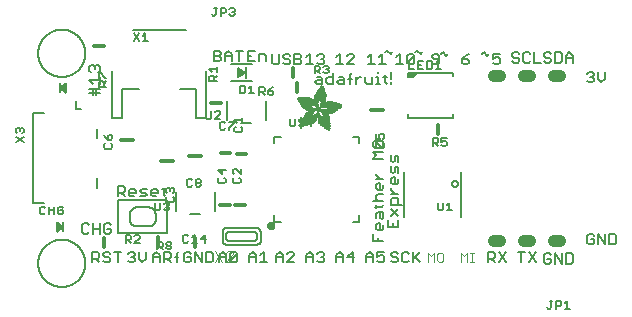
<source format=gbr>
G04 EAGLE Gerber RS-274X export*
G75*
%MOMM*%
%FSLAX34Y34*%
%LPD*%
%INSilkscreen Top*%
%IPPOS*%
%AMOC8*
5,1,8,0,0,1.08239X$1,22.5*%
G01*
%ADD10C,0.127000*%
%ADD11C,0.101600*%
%ADD12C,1.016000*%
%ADD13C,0.304800*%
%ADD14C,0.152400*%
%ADD15R,0.190500X0.889000*%
%ADD16C,0.203200*%
%ADD17R,0.200000X1.000000*%
%ADD18R,0.050800X0.006300*%
%ADD19R,0.082600X0.006400*%
%ADD20R,0.120600X0.006300*%
%ADD21R,0.139700X0.006400*%
%ADD22R,0.158800X0.006300*%
%ADD23R,0.177800X0.006400*%
%ADD24R,0.196800X0.006300*%
%ADD25R,0.215900X0.006400*%
%ADD26R,0.228600X0.006300*%
%ADD27R,0.241300X0.006400*%
%ADD28R,0.254000X0.006300*%
%ADD29R,0.266700X0.006400*%
%ADD30R,0.279400X0.006300*%
%ADD31R,0.285700X0.006400*%
%ADD32R,0.298400X0.006300*%
%ADD33R,0.311200X0.006400*%
%ADD34R,0.317500X0.006300*%
%ADD35R,0.330200X0.006400*%
%ADD36R,0.336600X0.006300*%
%ADD37R,0.349200X0.006400*%
%ADD38R,0.361900X0.006300*%
%ADD39R,0.368300X0.006400*%
%ADD40R,0.381000X0.006300*%
%ADD41R,0.387300X0.006400*%
%ADD42R,0.393700X0.006300*%
%ADD43R,0.406400X0.006400*%
%ADD44R,0.412700X0.006300*%
%ADD45R,0.419100X0.006400*%
%ADD46R,0.431800X0.006300*%
%ADD47R,0.438100X0.006400*%
%ADD48R,0.450800X0.006300*%
%ADD49R,0.457200X0.006400*%
%ADD50R,0.463500X0.006300*%
%ADD51R,0.476200X0.006400*%
%ADD52R,0.482600X0.006300*%
%ADD53R,0.488900X0.006400*%
%ADD54R,0.501600X0.006300*%
%ADD55R,0.508000X0.006400*%
%ADD56R,0.514300X0.006300*%
%ADD57R,0.527000X0.006400*%
%ADD58R,0.533400X0.006300*%
%ADD59R,0.546100X0.006400*%
%ADD60R,0.552400X0.006300*%
%ADD61R,0.558800X0.006400*%
%ADD62R,0.571500X0.006300*%
%ADD63R,0.577800X0.006400*%
%ADD64R,0.584200X0.006300*%
%ADD65R,0.596900X0.006400*%
%ADD66R,0.603200X0.006300*%
%ADD67R,0.609600X0.006400*%
%ADD68R,0.622300X0.006300*%
%ADD69R,0.628600X0.006400*%
%ADD70R,0.641300X0.006300*%
%ADD71R,0.647700X0.006400*%
%ADD72R,0.063500X0.006300*%
%ADD73R,0.654000X0.006300*%
%ADD74R,0.101600X0.006400*%
%ADD75R,0.666700X0.006400*%
%ADD76R,0.139700X0.006300*%
%ADD77R,0.673100X0.006300*%
%ADD78R,0.165100X0.006400*%
%ADD79R,0.679400X0.006400*%
%ADD80R,0.196900X0.006300*%
%ADD81R,0.692100X0.006300*%
%ADD82R,0.222200X0.006400*%
%ADD83R,0.698500X0.006400*%
%ADD84R,0.247700X0.006300*%
%ADD85R,0.704800X0.006300*%
%ADD86R,0.279400X0.006400*%
%ADD87R,0.717500X0.006400*%
%ADD88R,0.298500X0.006300*%
%ADD89R,0.723900X0.006300*%
%ADD90R,0.736600X0.006400*%
%ADD91R,0.342900X0.006300*%
%ADD92R,0.742900X0.006300*%
%ADD93R,0.374700X0.006400*%
%ADD94R,0.749300X0.006400*%
%ADD95R,0.762000X0.006300*%
%ADD96R,0.412700X0.006400*%
%ADD97R,0.768300X0.006400*%
%ADD98R,0.438100X0.006300*%
%ADD99R,0.774700X0.006300*%
%ADD100R,0.463600X0.006400*%
%ADD101R,0.787400X0.006400*%
%ADD102R,0.793700X0.006300*%
%ADD103R,0.495300X0.006400*%
%ADD104R,0.800100X0.006400*%
%ADD105R,0.520700X0.006300*%
%ADD106R,0.812800X0.006300*%
%ADD107R,0.533400X0.006400*%
%ADD108R,0.819100X0.006400*%
%ADD109R,0.558800X0.006300*%
%ADD110R,0.825500X0.006300*%
%ADD111R,0.577900X0.006400*%
%ADD112R,0.831800X0.006400*%
%ADD113R,0.596900X0.006300*%
%ADD114R,0.844500X0.006300*%
%ADD115R,0.616000X0.006400*%
%ADD116R,0.850900X0.006400*%
%ADD117R,0.635000X0.006300*%
%ADD118R,0.857200X0.006300*%
%ADD119R,0.654100X0.006400*%
%ADD120R,0.863600X0.006400*%
%ADD121R,0.666700X0.006300*%
%ADD122R,0.869900X0.006300*%
%ADD123R,0.685800X0.006400*%
%ADD124R,0.876300X0.006400*%
%ADD125R,0.882600X0.006300*%
%ADD126R,0.723900X0.006400*%
%ADD127R,0.889000X0.006400*%
%ADD128R,0.895300X0.006300*%
%ADD129R,0.755700X0.006400*%
%ADD130R,0.901700X0.006400*%
%ADD131R,0.908000X0.006300*%
%ADD132R,0.793800X0.006400*%
%ADD133R,0.914400X0.006400*%
%ADD134R,0.806400X0.006300*%
%ADD135R,0.920700X0.006300*%
%ADD136R,0.825500X0.006400*%
%ADD137R,0.927100X0.006400*%
%ADD138R,0.933400X0.006300*%
%ADD139R,0.857300X0.006400*%
%ADD140R,0.939800X0.006400*%
%ADD141R,0.870000X0.006300*%
%ADD142R,0.939800X0.006300*%
%ADD143R,0.946100X0.006400*%
%ADD144R,0.952500X0.006300*%
%ADD145R,0.908000X0.006400*%
%ADD146R,0.958800X0.006400*%
%ADD147R,0.965200X0.006300*%
%ADD148R,0.965200X0.006400*%
%ADD149R,0.971500X0.006300*%
%ADD150R,0.952500X0.006400*%
%ADD151R,0.977900X0.006400*%
%ADD152R,0.958800X0.006300*%
%ADD153R,0.984200X0.006300*%
%ADD154R,0.971500X0.006400*%
%ADD155R,0.984200X0.006400*%
%ADD156R,0.990600X0.006300*%
%ADD157R,0.984300X0.006400*%
%ADD158R,0.996900X0.006400*%
%ADD159R,0.997000X0.006300*%
%ADD160R,0.996900X0.006300*%
%ADD161R,1.003300X0.006400*%
%ADD162R,1.016000X0.006300*%
%ADD163R,1.009600X0.006300*%
%ADD164R,1.016000X0.006400*%
%ADD165R,1.009600X0.006400*%
%ADD166R,1.022300X0.006300*%
%ADD167R,1.028700X0.006400*%
%ADD168R,1.035100X0.006300*%
%ADD169R,1.047800X0.006400*%
%ADD170R,1.054100X0.006300*%
%ADD171R,1.028700X0.006300*%
%ADD172R,1.054100X0.006400*%
%ADD173R,1.035000X0.006400*%
%ADD174R,1.060400X0.006300*%
%ADD175R,1.035000X0.006300*%
%ADD176R,1.060500X0.006400*%
%ADD177R,1.041400X0.006400*%
%ADD178R,1.066800X0.006300*%
%ADD179R,1.041400X0.006300*%
%ADD180R,1.079500X0.006400*%
%ADD181R,1.047700X0.006400*%
%ADD182R,1.085900X0.006300*%
%ADD183R,1.047700X0.006300*%
%ADD184R,1.085800X0.006400*%
%ADD185R,1.092200X0.006300*%
%ADD186R,1.085900X0.006400*%
%ADD187R,1.098600X0.006300*%
%ADD188R,1.098600X0.006400*%
%ADD189R,1.060400X0.006400*%
%ADD190R,1.104900X0.006300*%
%ADD191R,1.104900X0.006400*%
%ADD192R,1.066800X0.006400*%
%ADD193R,1.111200X0.006300*%
%ADD194R,1.117600X0.006400*%
%ADD195R,1.117600X0.006300*%
%ADD196R,1.073100X0.006300*%
%ADD197R,1.073100X0.006400*%
%ADD198R,1.124000X0.006300*%
%ADD199R,1.079500X0.006300*%
%ADD200R,1.123900X0.006400*%
%ADD201R,1.130300X0.006300*%
%ADD202R,1.130300X0.006400*%
%ADD203R,1.136700X0.006400*%
%ADD204R,1.136700X0.006300*%
%ADD205R,1.085800X0.006300*%
%ADD206R,1.136600X0.006400*%
%ADD207R,1.136600X0.006300*%
%ADD208R,1.143000X0.006400*%
%ADD209R,1.143000X0.006300*%
%ADD210R,1.149400X0.006300*%
%ADD211R,1.149300X0.006300*%
%ADD212R,1.149300X0.006400*%
%ADD213R,1.149400X0.006400*%
%ADD214R,1.155700X0.006400*%
%ADD215R,1.155700X0.006300*%
%ADD216R,1.060500X0.006300*%
%ADD217R,2.197100X0.006400*%
%ADD218R,2.197100X0.006300*%
%ADD219R,2.184400X0.006300*%
%ADD220R,2.184400X0.006400*%
%ADD221R,2.171700X0.006400*%
%ADD222R,2.171700X0.006300*%
%ADD223R,1.530300X0.006400*%
%ADD224R,1.505000X0.006300*%
%ADD225R,1.492300X0.006400*%
%ADD226R,1.485900X0.006300*%
%ADD227R,0.565200X0.006300*%
%ADD228R,1.473200X0.006400*%
%ADD229R,0.565200X0.006400*%
%ADD230R,1.460500X0.006300*%
%ADD231R,1.454100X0.006400*%
%ADD232R,0.552400X0.006400*%
%ADD233R,1.441500X0.006300*%
%ADD234R,0.546100X0.006300*%
%ADD235R,1.435100X0.006400*%
%ADD236R,0.539800X0.006400*%
%ADD237R,1.428800X0.006300*%
%ADD238R,1.422400X0.006400*%
%ADD239R,1.409700X0.006300*%
%ADD240R,0.527100X0.006300*%
%ADD241R,1.403300X0.006400*%
%ADD242R,0.527100X0.006400*%
%ADD243R,1.390700X0.006300*%
%ADD244R,1.384300X0.006400*%
%ADD245R,0.520700X0.006400*%
%ADD246R,1.384300X0.006300*%
%ADD247R,0.514400X0.006300*%
%ADD248R,1.371600X0.006400*%
%ADD249R,1.365200X0.006300*%
%ADD250R,0.508000X0.006300*%
%ADD251R,1.352600X0.006400*%
%ADD252R,0.501700X0.006400*%
%ADD253R,0.711200X0.006300*%
%ADD254R,0.603300X0.006300*%
%ADD255R,0.501700X0.006300*%
%ADD256R,0.692100X0.006400*%
%ADD257R,0.571500X0.006400*%
%ADD258R,0.679400X0.006300*%
%ADD259R,0.495300X0.006300*%
%ADD260R,0.673100X0.006400*%
%ADD261R,0.666800X0.006300*%
%ADD262R,0.488900X0.006300*%
%ADD263R,0.660400X0.006400*%
%ADD264R,0.482600X0.006400*%
%ADD265R,0.476200X0.006300*%
%ADD266R,0.654000X0.006400*%
%ADD267R,0.469900X0.006400*%
%ADD268R,0.476300X0.006400*%
%ADD269R,0.647700X0.006300*%
%ADD270R,0.457200X0.006300*%
%ADD271R,0.469900X0.006300*%
%ADD272R,0.641300X0.006400*%
%ADD273R,0.444500X0.006400*%
%ADD274R,0.463600X0.006300*%
%ADD275R,0.635000X0.006400*%
%ADD276R,0.463500X0.006400*%
%ADD277R,0.393700X0.006400*%
%ADD278R,0.450800X0.006400*%
%ADD279R,0.628600X0.006300*%
%ADD280R,0.387400X0.006300*%
%ADD281R,0.450900X0.006300*%
%ADD282R,0.628700X0.006400*%
%ADD283R,0.374600X0.006400*%
%ADD284R,0.368300X0.006300*%
%ADD285R,0.438200X0.006300*%
%ADD286R,0.622300X0.006400*%
%ADD287R,0.355600X0.006400*%
%ADD288R,0.431800X0.006400*%
%ADD289R,0.349300X0.006300*%
%ADD290R,0.425400X0.006300*%
%ADD291R,0.615900X0.006300*%
%ADD292R,0.330200X0.006300*%
%ADD293R,0.419100X0.006300*%
%ADD294R,0.616000X0.006300*%
%ADD295R,0.311200X0.006300*%
%ADD296R,0.406400X0.006300*%
%ADD297R,0.615900X0.006400*%
%ADD298R,0.304800X0.006400*%
%ADD299R,0.158800X0.006400*%
%ADD300R,0.609600X0.006300*%
%ADD301R,0.292100X0.006300*%
%ADD302R,0.235000X0.006300*%
%ADD303R,0.387400X0.006400*%
%ADD304R,0.292100X0.006400*%
%ADD305R,0.336500X0.006300*%
%ADD306R,0.260400X0.006300*%
%ADD307R,0.603300X0.006400*%
%ADD308R,0.260400X0.006400*%
%ADD309R,0.362000X0.006400*%
%ADD310R,0.450900X0.006400*%
%ADD311R,0.355600X0.006300*%
%ADD312R,0.342900X0.006400*%
%ADD313R,0.514300X0.006400*%
%ADD314R,0.234900X0.006300*%
%ADD315R,0.539700X0.006300*%
%ADD316R,0.603200X0.006400*%
%ADD317R,0.234900X0.006400*%
%ADD318R,0.920700X0.006400*%
%ADD319R,0.958900X0.006400*%
%ADD320R,0.215900X0.006300*%
%ADD321R,0.209600X0.006400*%
%ADD322R,0.203200X0.006300*%
%ADD323R,1.003300X0.006300*%
%ADD324R,0.203200X0.006400*%
%ADD325R,0.196900X0.006400*%
%ADD326R,0.190500X0.006300*%
%ADD327R,0.190500X0.006400*%
%ADD328R,0.184200X0.006300*%
%ADD329R,0.590500X0.006400*%
%ADD330R,0.184200X0.006400*%
%ADD331R,0.590500X0.006300*%
%ADD332R,0.177800X0.006300*%
%ADD333R,0.584200X0.006400*%
%ADD334R,1.168400X0.006400*%
%ADD335R,0.171500X0.006300*%
%ADD336R,1.187500X0.006300*%
%ADD337R,1.200100X0.006400*%
%ADD338R,0.577800X0.006300*%
%ADD339R,1.212900X0.006300*%
%ADD340R,1.231900X0.006400*%
%ADD341R,1.250900X0.006300*%
%ADD342R,0.565100X0.006400*%
%ADD343R,0.184100X0.006400*%
%ADD344R,1.263700X0.006400*%
%ADD345R,0.565100X0.006300*%
%ADD346R,1.289100X0.006300*%
%ADD347R,1.314400X0.006400*%
%ADD348R,0.552500X0.006300*%
%ADD349R,1.568500X0.006300*%
%ADD350R,0.552500X0.006400*%
%ADD351R,1.581200X0.006400*%
%ADD352R,1.593800X0.006300*%
%ADD353R,1.606500X0.006400*%
%ADD354R,1.619300X0.006300*%
%ADD355R,0.514400X0.006400*%
%ADD356R,1.638300X0.006400*%
%ADD357R,1.657300X0.006300*%
%ADD358R,2.209800X0.006400*%
%ADD359R,2.425700X0.006300*%
%ADD360R,2.470100X0.006400*%
%ADD361R,2.501900X0.006300*%
%ADD362R,2.533700X0.006400*%
%ADD363R,2.559000X0.006300*%
%ADD364R,2.584500X0.006400*%
%ADD365R,2.609900X0.006300*%
%ADD366R,2.628900X0.006400*%
%ADD367R,2.660600X0.006300*%
%ADD368R,2.673400X0.006400*%
%ADD369R,1.422400X0.006300*%
%ADD370R,1.200200X0.006300*%
%ADD371R,1.365300X0.006300*%
%ADD372R,1.365300X0.006400*%
%ADD373R,1.352500X0.006300*%
%ADD374R,1.098500X0.006300*%
%ADD375R,1.358900X0.006400*%
%ADD376R,1.352600X0.006300*%
%ADD377R,1.358900X0.006300*%
%ADD378R,1.371600X0.006300*%
%ADD379R,1.377900X0.006400*%
%ADD380R,1.397000X0.006400*%
%ADD381R,1.403300X0.006300*%
%ADD382R,0.914400X0.006300*%
%ADD383R,0.876300X0.006300*%
%ADD384R,0.374600X0.006300*%
%ADD385R,1.073200X0.006400*%
%ADD386R,0.374700X0.006300*%
%ADD387R,0.844600X0.006400*%
%ADD388R,0.844600X0.006300*%
%ADD389R,0.831900X0.006400*%
%ADD390R,1.092200X0.006400*%
%ADD391R,0.400000X0.006300*%
%ADD392R,0.819200X0.006400*%
%ADD393R,1.111300X0.006400*%
%ADD394R,0.812800X0.006400*%
%ADD395R,0.800100X0.006300*%
%ADD396R,0.476300X0.006300*%
%ADD397R,1.181100X0.006300*%
%ADD398R,0.501600X0.006400*%
%ADD399R,1.193800X0.006400*%
%ADD400R,0.781000X0.006400*%
%ADD401R,1.238200X0.006400*%
%ADD402R,0.781100X0.006300*%
%ADD403R,1.257300X0.006300*%
%ADD404R,1.295400X0.006400*%
%ADD405R,1.333500X0.006300*%
%ADD406R,0.774700X0.006400*%
%ADD407R,1.866900X0.006400*%
%ADD408R,0.209600X0.006300*%
%ADD409R,1.866900X0.006300*%
%ADD410R,0.768400X0.006400*%
%ADD411R,0.209500X0.006400*%
%ADD412R,1.860600X0.006400*%
%ADD413R,0.762000X0.006400*%
%ADD414R,0.768400X0.006300*%
%ADD415R,1.860600X0.006300*%
%ADD416R,1.860500X0.006400*%
%ADD417R,0.222300X0.006300*%
%ADD418R,1.854200X0.006300*%
%ADD419R,0.235000X0.006400*%
%ADD420R,1.854200X0.006400*%
%ADD421R,0.768300X0.006300*%
%ADD422R,0.260300X0.006400*%
%ADD423R,1.847800X0.006400*%
%ADD424R,0.266700X0.006300*%
%ADD425R,1.847800X0.006300*%
%ADD426R,0.273100X0.006400*%
%ADD427R,1.841500X0.006400*%
%ADD428R,0.285800X0.006300*%
%ADD429R,1.841500X0.006300*%
%ADD430R,0.298500X0.006400*%
%ADD431R,1.835100X0.006400*%
%ADD432R,0.781000X0.006300*%
%ADD433R,0.304800X0.006300*%
%ADD434R,1.835100X0.006300*%
%ADD435R,0.317500X0.006400*%
%ADD436R,1.828800X0.006400*%
%ADD437R,0.787400X0.006300*%
%ADD438R,0.323800X0.006300*%
%ADD439R,1.828800X0.006300*%
%ADD440R,0.793700X0.006400*%
%ADD441R,1.822400X0.006400*%
%ADD442R,0.806500X0.006300*%
%ADD443R,1.822400X0.006300*%
%ADD444R,1.816100X0.006400*%
%ADD445R,0.819100X0.006300*%
%ADD446R,0.387300X0.006300*%
%ADD447R,1.816100X0.006300*%
%ADD448R,1.809800X0.006400*%
%ADD449R,1.803400X0.006300*%
%ADD450R,1.797000X0.006400*%
%ADD451R,0.901700X0.006300*%
%ADD452R,1.797000X0.006300*%
%ADD453R,1.441400X0.006400*%
%ADD454R,1.790700X0.006400*%
%ADD455R,1.447800X0.006300*%
%ADD456R,1.784300X0.006300*%
%ADD457R,1.447800X0.006400*%
%ADD458R,1.784300X0.006400*%
%ADD459R,1.454100X0.006300*%
%ADD460R,1.771700X0.006300*%
%ADD461R,1.460500X0.006400*%
%ADD462R,1.759000X0.006400*%
%ADD463R,1.466800X0.006300*%
%ADD464R,1.752600X0.006300*%
%ADD465R,1.466800X0.006400*%
%ADD466R,1.739900X0.006400*%
%ADD467R,1.473200X0.006300*%
%ADD468R,1.727200X0.006300*%
%ADD469R,1.479500X0.006400*%
%ADD470R,1.714500X0.006400*%
%ADD471R,1.695400X0.006300*%
%ADD472R,1.485900X0.006400*%
%ADD473R,1.682700X0.006400*%
%ADD474R,1.492200X0.006300*%
%ADD475R,1.663700X0.006300*%
%ADD476R,1.498600X0.006400*%
%ADD477R,1.644600X0.006400*%
%ADD478R,1.498600X0.006300*%
%ADD479R,1.619200X0.006300*%
%ADD480R,1.511300X0.006400*%
%ADD481R,1.600200X0.006400*%
%ADD482R,1.517700X0.006300*%
%ADD483R,1.574800X0.006300*%
%ADD484R,1.524000X0.006400*%
%ADD485R,1.555800X0.006400*%
%ADD486R,1.524000X0.006300*%
%ADD487R,1.536700X0.006300*%
%ADD488R,1.530400X0.006400*%
%ADD489R,1.517700X0.006400*%
%ADD490R,1.492300X0.006300*%
%ADD491R,1.549400X0.006400*%
%ADD492R,1.479600X0.006400*%
%ADD493R,1.549400X0.006300*%
%ADD494R,1.555700X0.006400*%
%ADD495R,1.562100X0.006300*%
%ADD496R,0.323900X0.006300*%
%ADD497R,1.568400X0.006400*%
%ADD498R,0.336600X0.006400*%
%ADD499R,1.587500X0.006300*%
%ADD500R,0.971600X0.006300*%
%ADD501R,0.349300X0.006400*%
%ADD502R,1.600200X0.006300*%
%ADD503R,0.920800X0.006300*%
%ADD504R,0.882700X0.006400*%
%ADD505R,1.612900X0.006300*%
%ADD506R,0.362000X0.006300*%
%ADD507R,1.625600X0.006400*%
%ADD508R,1.625600X0.006300*%
%ADD509R,1.644600X0.006300*%
%ADD510R,0.736600X0.006300*%
%ADD511R,0.717600X0.006400*%
%ADD512R,1.657400X0.006300*%
%ADD513R,0.679500X0.006300*%
%ADD514R,1.663700X0.006400*%
%ADD515R,0.400000X0.006400*%
%ADD516R,1.676400X0.006300*%
%ADD517R,1.676400X0.006400*%
%ADD518R,0.425500X0.006400*%
%ADD519R,1.352500X0.006400*%
%ADD520R,0.444500X0.006300*%
%ADD521R,0.361900X0.006400*%
%ADD522R,0.088900X0.006300*%
%ADD523R,1.009700X0.006300*%
%ADD524R,1.009700X0.006400*%
%ADD525R,1.022300X0.006400*%
%ADD526R,1.346200X0.006400*%
%ADD527R,1.346200X0.006300*%
%ADD528R,1.339900X0.006400*%
%ADD529R,1.035100X0.006400*%
%ADD530R,1.339800X0.006300*%
%ADD531R,1.333500X0.006400*%
%ADD532R,1.327200X0.006400*%
%ADD533R,1.320800X0.006300*%
%ADD534R,1.314500X0.006400*%
%ADD535R,1.314400X0.006300*%
%ADD536R,1.301700X0.006400*%
%ADD537R,1.295400X0.006300*%
%ADD538R,1.289000X0.006400*%
%ADD539R,1.276300X0.006300*%
%ADD540R,1.251000X0.006300*%
%ADD541R,1.244600X0.006400*%
%ADD542R,1.231900X0.006300*%
%ADD543R,1.212800X0.006400*%
%ADD544R,1.200100X0.006300*%
%ADD545R,1.187400X0.006400*%
%ADD546R,1.168400X0.006300*%
%ADD547R,1.047800X0.006300*%
%ADD548R,0.977900X0.006300*%
%ADD549R,0.946200X0.006400*%
%ADD550R,0.933400X0.006400*%
%ADD551R,0.895300X0.006400*%
%ADD552R,0.882700X0.006300*%
%ADD553R,0.863600X0.006300*%
%ADD554R,0.857200X0.006400*%
%ADD555R,0.850900X0.006300*%
%ADD556R,0.838200X0.006300*%
%ADD557R,0.806500X0.006400*%
%ADD558R,0.717600X0.006300*%
%ADD559R,0.711200X0.006400*%
%ADD560R,0.641400X0.006400*%
%ADD561R,0.641400X0.006300*%
%ADD562R,0.628700X0.006300*%
%ADD563R,0.590600X0.006300*%
%ADD564R,0.539700X0.006400*%
%ADD565R,0.285700X0.006300*%
%ADD566R,0.222200X0.006300*%
%ADD567R,0.171400X0.006300*%
%ADD568R,0.152400X0.006400*%
%ADD569R,0.133400X0.006300*%
%ADD570C,0.406400*%
%ADD571C,0.076200*%

G36*
X21647Y51314D02*
X21647Y51314D01*
X21665Y51312D01*
X21767Y51340D01*
X21870Y51362D01*
X21885Y51371D01*
X21902Y51376D01*
X22047Y51461D01*
X27127Y55271D01*
X27130Y55274D01*
X27134Y55276D01*
X27215Y55363D01*
X27297Y55448D01*
X27299Y55452D01*
X27302Y55455D01*
X27352Y55564D01*
X27402Y55671D01*
X27402Y55675D01*
X27404Y55679D01*
X27417Y55797D01*
X27430Y55915D01*
X27430Y55919D01*
X27430Y55924D01*
X27404Y56040D01*
X27380Y56156D01*
X27377Y56160D01*
X27376Y56164D01*
X27315Y56266D01*
X27255Y56368D01*
X27251Y56371D01*
X27249Y56374D01*
X27127Y56489D01*
X22047Y60299D01*
X22031Y60307D01*
X22018Y60320D01*
X22003Y60327D01*
X21995Y60333D01*
X21945Y60353D01*
X21922Y60364D01*
X21829Y60413D01*
X21811Y60416D01*
X21795Y60423D01*
X21690Y60435D01*
X21586Y60451D01*
X21568Y60448D01*
X21551Y60450D01*
X21448Y60428D01*
X21343Y60410D01*
X21328Y60402D01*
X21310Y60398D01*
X21220Y60344D01*
X21127Y60294D01*
X21114Y60281D01*
X21099Y60272D01*
X21030Y60192D01*
X20958Y60115D01*
X20951Y60098D01*
X20939Y60085D01*
X20900Y59987D01*
X20856Y59891D01*
X20854Y59873D01*
X20847Y59857D01*
X20829Y59690D01*
X20829Y52070D01*
X20832Y52052D01*
X20830Y52035D01*
X20851Y51931D01*
X20869Y51827D01*
X20877Y51812D01*
X20881Y51794D01*
X20934Y51703D01*
X20984Y51610D01*
X20996Y51598D01*
X21006Y51582D01*
X21085Y51513D01*
X21162Y51441D01*
X21178Y51433D01*
X21192Y51421D01*
X21289Y51381D01*
X21385Y51337D01*
X21403Y51335D01*
X21419Y51328D01*
X21525Y51321D01*
X21629Y51310D01*
X21647Y51314D01*
G37*
G36*
X29012Y169022D02*
X29012Y169022D01*
X29029Y169020D01*
X29132Y169042D01*
X29237Y169060D01*
X29252Y169068D01*
X29270Y169072D01*
X29360Y169126D01*
X29454Y169176D01*
X29466Y169189D01*
X29481Y169198D01*
X29550Y169278D01*
X29622Y169355D01*
X29629Y169372D01*
X29641Y169385D01*
X29680Y169483D01*
X29724Y169579D01*
X29726Y169597D01*
X29733Y169613D01*
X29751Y169780D01*
X29751Y177400D01*
X29749Y177417D01*
X29750Y177432D01*
X29750Y177435D01*
X29729Y177539D01*
X29712Y177643D01*
X29703Y177658D01*
X29700Y177676D01*
X29646Y177767D01*
X29596Y177860D01*
X29584Y177872D01*
X29575Y177888D01*
X29495Y177957D01*
X29418Y178030D01*
X29402Y178037D01*
X29388Y178049D01*
X29291Y178089D01*
X29195Y178133D01*
X29177Y178135D01*
X29161Y178142D01*
X29055Y178149D01*
X28951Y178160D01*
X28933Y178156D01*
X28915Y178158D01*
X28813Y178130D01*
X28740Y178114D01*
X28737Y178114D01*
X28710Y178108D01*
X28695Y178099D01*
X28678Y178094D01*
X28533Y178009D01*
X23453Y174199D01*
X23450Y174196D01*
X23447Y174194D01*
X23365Y174107D01*
X23283Y174022D01*
X23281Y174018D01*
X23278Y174015D01*
X23228Y173906D01*
X23178Y173799D01*
X23178Y173795D01*
X23176Y173791D01*
X23163Y173673D01*
X23150Y173555D01*
X23150Y173551D01*
X23150Y173546D01*
X23176Y173430D01*
X23201Y173314D01*
X23203Y173310D01*
X23204Y173306D01*
X23265Y173204D01*
X23326Y173102D01*
X23329Y173099D01*
X23331Y173096D01*
X23453Y172981D01*
X28533Y169171D01*
X28549Y169163D01*
X28562Y169151D01*
X28658Y169106D01*
X28751Y169057D01*
X28769Y169054D01*
X28785Y169047D01*
X28890Y169035D01*
X28994Y169019D01*
X29012Y169022D01*
G37*
G36*
X322622Y182253D02*
X322622Y182253D01*
X322664Y182251D01*
X322731Y182273D01*
X322801Y182285D01*
X322837Y182307D01*
X322878Y182320D01*
X322951Y182374D01*
X322994Y182400D01*
X323007Y182416D01*
X323028Y182432D01*
X326838Y186242D01*
X326889Y186315D01*
X326945Y186384D01*
X326953Y186406D01*
X326967Y186426D01*
X326989Y186512D01*
X327017Y186596D01*
X327017Y186620D01*
X327023Y186643D01*
X327013Y186732D01*
X327011Y186821D01*
X327002Y186843D01*
X326999Y186866D01*
X326960Y186946D01*
X326926Y187028D01*
X326910Y187046D01*
X326900Y187067D01*
X326835Y187128D01*
X326775Y187194D01*
X326754Y187205D01*
X326737Y187221D01*
X326655Y187256D01*
X326575Y187297D01*
X326549Y187300D01*
X326530Y187309D01*
X326480Y187311D01*
X326390Y187324D01*
X318770Y187324D01*
X318705Y187313D01*
X318639Y187311D01*
X318596Y187293D01*
X318549Y187285D01*
X318492Y187251D01*
X318432Y187226D01*
X318397Y187195D01*
X318356Y187170D01*
X318315Y187119D01*
X318266Y187075D01*
X318244Y187033D01*
X318215Y186996D01*
X318194Y186934D01*
X318163Y186875D01*
X318155Y186821D01*
X318143Y186784D01*
X318143Y186780D01*
X318143Y186779D01*
X318144Y186744D01*
X318136Y186690D01*
X318136Y182880D01*
X318147Y182815D01*
X318149Y182749D01*
X318167Y182706D01*
X318175Y182659D01*
X318209Y182602D01*
X318234Y182542D01*
X318265Y182507D01*
X318290Y182466D01*
X318341Y182425D01*
X318385Y182376D01*
X318427Y182354D01*
X318464Y182325D01*
X318526Y182304D01*
X318585Y182273D01*
X318639Y182265D01*
X318676Y182253D01*
X318716Y182254D01*
X318770Y182246D01*
X322580Y182246D01*
X322622Y182253D01*
G37*
G36*
X175845Y183683D02*
X175845Y183683D01*
X175916Y183681D01*
X175986Y183700D01*
X176057Y183708D01*
X176112Y183733D01*
X176191Y183753D01*
X176294Y183814D01*
X176363Y183845D01*
X179363Y185845D01*
X179450Y185922D01*
X179540Y185995D01*
X179555Y186017D01*
X179575Y186035D01*
X179637Y186132D01*
X179704Y186227D01*
X179712Y186253D01*
X179727Y186275D01*
X179759Y186386D01*
X179797Y186496D01*
X179798Y186523D01*
X179805Y186548D01*
X179805Y186664D01*
X179811Y186780D01*
X179805Y186806D01*
X179805Y186833D01*
X179773Y186944D01*
X179747Y187057D01*
X179734Y187080D01*
X179726Y187106D01*
X179664Y187204D01*
X179608Y187305D01*
X179590Y187321D01*
X179575Y187346D01*
X179367Y187531D01*
X179363Y187535D01*
X176363Y189535D01*
X176299Y189566D01*
X176239Y189606D01*
X176171Y189627D01*
X176107Y189658D01*
X176036Y189670D01*
X175968Y189691D01*
X175897Y189693D01*
X175827Y189705D01*
X175755Y189697D01*
X175684Y189699D01*
X175615Y189681D01*
X175544Y189672D01*
X175478Y189645D01*
X175409Y189627D01*
X175348Y189590D01*
X175282Y189563D01*
X175226Y189518D01*
X175164Y189482D01*
X175115Y189430D01*
X175060Y189385D01*
X175019Y189327D01*
X174970Y189274D01*
X174937Y189211D01*
X174896Y189153D01*
X174873Y189085D01*
X174840Y189021D01*
X174830Y188962D01*
X174803Y188884D01*
X174797Y188765D01*
X174785Y188690D01*
X174785Y184690D01*
X174795Y184619D01*
X174795Y184547D01*
X174815Y184479D01*
X174825Y184409D01*
X174854Y184343D01*
X174874Y184274D01*
X174912Y184214D01*
X174941Y184149D01*
X174987Y184094D01*
X175025Y184034D01*
X175079Y183986D01*
X175125Y183932D01*
X175184Y183892D01*
X175238Y183845D01*
X175302Y183814D01*
X175361Y183775D01*
X175430Y183753D01*
X175494Y183722D01*
X175564Y183710D01*
X175632Y183689D01*
X175704Y183687D01*
X175775Y183675D01*
X175845Y183683D01*
G37*
D10*
X203772Y202573D02*
X203772Y195158D01*
X205255Y193675D01*
X208221Y193675D01*
X209704Y195158D01*
X209704Y202573D01*
X217576Y202573D02*
X219059Y201090D01*
X217576Y202573D02*
X214610Y202573D01*
X213127Y201090D01*
X213127Y199607D01*
X214610Y198124D01*
X217576Y198124D01*
X219059Y196641D01*
X219059Y195158D01*
X217576Y193675D01*
X214610Y193675D01*
X213127Y195158D01*
X222483Y193675D02*
X222483Y202573D01*
X226931Y202573D01*
X228414Y201090D01*
X228414Y199607D01*
X226931Y198124D01*
X228414Y196641D01*
X228414Y195158D01*
X226931Y193675D01*
X222483Y193675D01*
X222483Y198124D02*
X226931Y198124D01*
X51372Y34933D02*
X51372Y26035D01*
X51372Y34933D02*
X55821Y34933D01*
X57304Y33450D01*
X57304Y30484D01*
X55821Y29001D01*
X51372Y29001D01*
X54338Y29001D02*
X57304Y26035D01*
X65176Y34933D02*
X66659Y33450D01*
X65176Y34933D02*
X62210Y34933D01*
X60727Y33450D01*
X60727Y31967D01*
X62210Y30484D01*
X65176Y30484D01*
X66659Y29001D01*
X66659Y27518D01*
X65176Y26035D01*
X62210Y26035D01*
X60727Y27518D01*
X73048Y26035D02*
X73048Y34933D01*
X70083Y34933D02*
X76014Y34933D01*
X102461Y31967D02*
X102461Y26035D01*
X102461Y31967D02*
X105427Y34933D01*
X108393Y31967D01*
X108393Y26035D01*
X108393Y30484D02*
X102461Y30484D01*
X111817Y26035D02*
X111817Y34933D01*
X116265Y34933D01*
X117748Y33450D01*
X117748Y30484D01*
X116265Y29001D01*
X111817Y29001D01*
X114782Y29001D02*
X117748Y26035D01*
X122655Y26035D02*
X122655Y33450D01*
X124138Y34933D01*
X124138Y30484D02*
X121172Y30484D01*
X82933Y34933D02*
X81450Y33450D01*
X82933Y34933D02*
X85899Y34933D01*
X87382Y33450D01*
X87382Y31967D01*
X85899Y30484D01*
X84416Y30484D01*
X85899Y30484D02*
X87382Y29001D01*
X87382Y27518D01*
X85899Y26035D01*
X82933Y26035D01*
X81450Y27518D01*
X90805Y29001D02*
X90805Y34933D01*
X90805Y29001D02*
X93771Y26035D01*
X96737Y29001D01*
X96737Y34933D01*
X283380Y31967D02*
X283380Y26035D01*
X283380Y31967D02*
X286346Y34933D01*
X289312Y31967D01*
X289312Y26035D01*
X289312Y30484D02*
X283380Y30484D01*
X292735Y34933D02*
X298667Y34933D01*
X292735Y34933D02*
X292735Y30484D01*
X295701Y31967D01*
X297184Y31967D01*
X298667Y30484D01*
X298667Y27518D01*
X297184Y26035D01*
X294218Y26035D01*
X292735Y27518D01*
X257980Y26035D02*
X257980Y31967D01*
X260946Y34933D01*
X263912Y31967D01*
X263912Y26035D01*
X263912Y30484D02*
X257980Y30484D01*
X271784Y26035D02*
X271784Y34933D01*
X267335Y30484D01*
X273267Y30484D01*
X232580Y31967D02*
X232580Y26035D01*
X232580Y31967D02*
X235546Y34933D01*
X238512Y31967D01*
X238512Y26035D01*
X238512Y30484D02*
X232580Y30484D01*
X241935Y33450D02*
X243418Y34933D01*
X246384Y34933D01*
X247867Y33450D01*
X247867Y31967D01*
X246384Y30484D01*
X244901Y30484D01*
X246384Y30484D02*
X247867Y29001D01*
X247867Y27518D01*
X246384Y26035D01*
X243418Y26035D01*
X241935Y27518D01*
X207180Y26035D02*
X207180Y31967D01*
X210146Y34933D01*
X213112Y31967D01*
X213112Y26035D01*
X213112Y30484D02*
X207180Y30484D01*
X216535Y26035D02*
X222467Y26035D01*
X216535Y26035D02*
X222467Y31967D01*
X222467Y33450D01*
X220984Y34933D01*
X218018Y34933D01*
X216535Y33450D01*
X184320Y31967D02*
X184320Y26035D01*
X184320Y31967D02*
X187286Y34933D01*
X190252Y31967D01*
X190252Y26035D01*
X190252Y30484D02*
X184320Y30484D01*
X193675Y31967D02*
X196641Y34933D01*
X196641Y26035D01*
X193675Y26035D02*
X199607Y26035D01*
X158920Y26035D02*
X158920Y31967D01*
X161886Y34933D01*
X164852Y31967D01*
X164852Y26035D01*
X164852Y30484D02*
X158920Y30484D01*
X168275Y27518D02*
X168275Y33450D01*
X169758Y34933D01*
X172724Y34933D01*
X174207Y33450D01*
X174207Y27518D01*
X172724Y26035D01*
X169758Y26035D01*
X168275Y27518D01*
X174207Y33450D01*
X232580Y199607D02*
X235546Y202573D01*
X235546Y193675D01*
X232580Y193675D02*
X238512Y193675D01*
X241935Y201090D02*
X243418Y202573D01*
X246384Y202573D01*
X247867Y201090D01*
X247867Y199607D01*
X246384Y198124D01*
X244901Y198124D01*
X246384Y198124D02*
X247867Y196641D01*
X247867Y195158D01*
X246384Y193675D01*
X243418Y193675D01*
X241935Y195158D01*
X381170Y202573D02*
X382653Y204056D01*
X385619Y201090D01*
X387102Y202573D01*
X390525Y202573D02*
X396457Y202573D01*
X390525Y202573D02*
X390525Y198124D01*
X393491Y199607D01*
X394974Y199607D01*
X396457Y198124D01*
X396457Y195158D01*
X394974Y193675D01*
X392008Y193675D01*
X390525Y195158D01*
X287616Y202573D02*
X284650Y199607D01*
X287616Y202573D02*
X287616Y193675D01*
X284650Y193675D02*
X290582Y193675D01*
X294005Y199607D02*
X296971Y202573D01*
X296971Y193675D01*
X294005Y193675D02*
X299937Y193675D01*
X308780Y199607D02*
X311746Y202573D01*
X311746Y193675D01*
X308780Y193675D02*
X314712Y193675D01*
X318135Y195158D02*
X318135Y201090D01*
X319618Y202573D01*
X322584Y202573D01*
X324067Y201090D01*
X324067Y195158D01*
X322584Y193675D01*
X319618Y193675D01*
X318135Y195158D01*
X324067Y201090D01*
X338857Y195158D02*
X340340Y193675D01*
X343306Y193675D01*
X344789Y195158D01*
X344789Y201090D01*
X343306Y202573D01*
X340340Y202573D01*
X338857Y201090D01*
X338857Y199607D01*
X340340Y198124D01*
X344789Y198124D01*
X308551Y34933D02*
X310034Y33450D01*
X308551Y34933D02*
X305585Y34933D01*
X304102Y33450D01*
X304102Y31967D01*
X305585Y30484D01*
X308551Y30484D01*
X310034Y29001D01*
X310034Y27518D01*
X308551Y26035D01*
X305585Y26035D01*
X304102Y27518D01*
X317906Y34933D02*
X319389Y33450D01*
X317906Y34933D02*
X314940Y34933D01*
X313457Y33450D01*
X313457Y27518D01*
X314940Y26035D01*
X317906Y26035D01*
X319389Y27518D01*
X322813Y26035D02*
X322813Y34933D01*
X328744Y34933D02*
X322813Y29001D01*
X324296Y30484D02*
X328744Y26035D01*
D11*
X335222Y26543D02*
X335222Y34424D01*
X337849Y31797D01*
X340476Y34424D01*
X340476Y26543D01*
X344721Y34424D02*
X347348Y34424D01*
X344721Y34424D02*
X343408Y33110D01*
X343408Y27856D01*
X344721Y26543D01*
X347348Y26543D01*
X348662Y27856D01*
X348662Y33110D01*
X347348Y34424D01*
X363257Y34424D02*
X363257Y26543D01*
X365883Y31797D02*
X363257Y34424D01*
X365883Y31797D02*
X368510Y34424D01*
X368510Y26543D01*
X371442Y26543D02*
X374069Y26543D01*
X372756Y26543D02*
X372756Y34424D01*
X374069Y34424D02*
X371442Y34424D01*
D10*
X412904Y202360D02*
X411421Y203843D01*
X408455Y203843D01*
X406972Y202360D01*
X406972Y200877D01*
X408455Y199394D01*
X411421Y199394D01*
X412904Y197911D01*
X412904Y196428D01*
X411421Y194945D01*
X408455Y194945D01*
X406972Y196428D01*
X420776Y203843D02*
X422259Y202360D01*
X420776Y203843D02*
X417810Y203843D01*
X416327Y202360D01*
X416327Y196428D01*
X417810Y194945D01*
X420776Y194945D01*
X422259Y196428D01*
X425683Y194945D02*
X425683Y203843D01*
X425683Y194945D02*
X431614Y194945D01*
X439574Y202360D02*
X438091Y203843D01*
X435125Y203843D01*
X433642Y202360D01*
X433642Y200877D01*
X435125Y199394D01*
X438091Y199394D01*
X439574Y197911D01*
X439574Y196428D01*
X438091Y194945D01*
X435125Y194945D01*
X433642Y196428D01*
X442997Y194945D02*
X442997Y203843D01*
X442997Y194945D02*
X447446Y194945D01*
X448929Y196428D01*
X448929Y202360D01*
X447446Y203843D01*
X442997Y203843D01*
X452353Y200877D02*
X452353Y194945D01*
X452353Y200877D02*
X455318Y203843D01*
X458284Y200877D01*
X458284Y194945D01*
X458284Y199394D02*
X452353Y199394D01*
X386250Y34933D02*
X386250Y26035D01*
X386250Y34933D02*
X390699Y34933D01*
X392182Y33450D01*
X392182Y30484D01*
X390699Y29001D01*
X386250Y29001D01*
X389216Y29001D02*
X392182Y26035D01*
X401537Y26035D02*
X395605Y34933D01*
X401537Y34933D02*
X395605Y26035D01*
X414616Y26035D02*
X414616Y34933D01*
X411650Y34933D02*
X417582Y34933D01*
X421005Y34933D02*
X426937Y26035D01*
X421005Y26035D02*
X426937Y34933D01*
X154242Y196215D02*
X154242Y205113D01*
X158691Y205113D01*
X160174Y203630D01*
X160174Y202147D01*
X158691Y200664D01*
X160174Y199181D01*
X160174Y197698D01*
X158691Y196215D01*
X154242Y196215D01*
X154242Y200664D02*
X158691Y200664D01*
X163597Y202147D02*
X163597Y196215D01*
X163597Y202147D02*
X166563Y205113D01*
X169529Y202147D01*
X169529Y196215D01*
X169529Y200664D02*
X163597Y200664D01*
X175918Y196215D02*
X175918Y205113D01*
X172953Y205113D02*
X178884Y205113D01*
X257980Y199607D02*
X260946Y202573D01*
X260946Y193675D01*
X257980Y193675D02*
X263912Y193675D01*
X267335Y193675D02*
X273267Y193675D01*
X267335Y193675D02*
X273267Y199607D01*
X273267Y201090D01*
X271784Y202573D01*
X268818Y202573D01*
X267335Y201090D01*
X367223Y201090D02*
X370189Y202573D01*
X367223Y201090D02*
X364257Y198124D01*
X364257Y195158D01*
X365740Y193675D01*
X368706Y193675D01*
X370189Y195158D01*
X370189Y196641D01*
X368706Y198124D01*
X364257Y198124D01*
X134774Y33450D02*
X133291Y34933D01*
X130325Y34933D01*
X128842Y33450D01*
X128842Y27518D01*
X130325Y26035D01*
X133291Y26035D01*
X134774Y27518D01*
X134774Y30484D01*
X131808Y30484D01*
X138197Y26035D02*
X138197Y34933D01*
X144129Y26035D01*
X144129Y34933D01*
X147553Y34933D02*
X147553Y26035D01*
X152001Y26035D01*
X153484Y27518D01*
X153484Y33450D01*
X152001Y34933D01*
X147553Y34933D01*
X57785Y169695D02*
X48887Y169695D01*
X48887Y172661D02*
X57785Y172661D01*
X51853Y172661D02*
X51853Y168212D01*
X51853Y172661D02*
X51853Y174144D01*
X54819Y174144D02*
X54819Y168212D01*
X51853Y177567D02*
X48887Y180533D01*
X57785Y180533D01*
X57785Y177567D02*
X57785Y183499D01*
X50370Y186923D02*
X48887Y188406D01*
X48887Y191371D01*
X50370Y192854D01*
X51853Y192854D01*
X53336Y191371D01*
X53336Y189888D01*
X53336Y191371D02*
X54819Y192854D01*
X56302Y192854D01*
X57785Y191371D01*
X57785Y188406D01*
X56302Y186923D01*
X183050Y205113D02*
X188982Y205113D01*
X183050Y205113D02*
X183050Y196215D01*
X188982Y196215D01*
X186016Y200664D02*
X183050Y200664D01*
X192405Y202147D02*
X192405Y196215D01*
X192405Y202147D02*
X196854Y202147D01*
X198337Y200664D01*
X198337Y196215D01*
X438091Y33663D02*
X439574Y32180D01*
X438091Y33663D02*
X435125Y33663D01*
X433642Y32180D01*
X433642Y26248D01*
X435125Y24765D01*
X438091Y24765D01*
X439574Y26248D01*
X439574Y29214D01*
X436608Y29214D01*
X442997Y24765D02*
X442997Y33663D01*
X448929Y24765D01*
X448929Y33663D01*
X452353Y33663D02*
X452353Y24765D01*
X456801Y24765D01*
X458284Y26248D01*
X458284Y32180D01*
X456801Y33663D01*
X452353Y33663D01*
X324887Y203843D02*
X326370Y205326D01*
X329336Y202360D01*
X330819Y203843D01*
X346477Y202573D02*
X347960Y204056D01*
X350926Y201090D01*
X352409Y202573D01*
X72786Y90813D02*
X72786Y81915D01*
X72786Y90813D02*
X77235Y90813D01*
X78718Y89330D01*
X78718Y86364D01*
X77235Y84881D01*
X72786Y84881D01*
X75752Y84881D02*
X78718Y81915D01*
X83624Y81915D02*
X86590Y81915D01*
X83624Y81915D02*
X82141Y83398D01*
X82141Y86364D01*
X83624Y87847D01*
X86590Y87847D01*
X88073Y86364D01*
X88073Y84881D01*
X82141Y84881D01*
X91497Y81915D02*
X95945Y81915D01*
X97428Y83398D01*
X95945Y84881D01*
X92980Y84881D01*
X91497Y86364D01*
X92980Y87847D01*
X97428Y87847D01*
X102335Y81915D02*
X105301Y81915D01*
X102335Y81915D02*
X100852Y83398D01*
X100852Y86364D01*
X102335Y87847D01*
X105301Y87847D01*
X106784Y86364D01*
X106784Y84881D01*
X100852Y84881D01*
X111690Y83398D02*
X111690Y89330D01*
X111690Y83398D02*
X113173Y81915D01*
X113173Y87847D02*
X110207Y87847D01*
X48414Y57580D02*
X46931Y59063D01*
X43965Y59063D01*
X42482Y57580D01*
X42482Y51648D01*
X43965Y50165D01*
X46931Y50165D01*
X48414Y51648D01*
X51837Y50165D02*
X51837Y59063D01*
X51837Y54614D02*
X57769Y54614D01*
X57769Y59063D02*
X57769Y50165D01*
X65641Y59063D02*
X67124Y57580D01*
X65641Y59063D02*
X62676Y59063D01*
X61193Y57580D01*
X61193Y51648D01*
X62676Y50165D01*
X65641Y50165D01*
X67124Y51648D01*
X67124Y54614D01*
X64158Y54614D01*
X299487Y203843D02*
X300970Y205326D01*
X303936Y202360D01*
X305419Y203843D01*
X297815Y43828D02*
X288917Y43828D01*
X288917Y49760D01*
X293366Y46794D02*
X293366Y43828D01*
X297815Y54666D02*
X297815Y57632D01*
X297815Y54666D02*
X296332Y53183D01*
X293366Y53183D01*
X291883Y54666D01*
X291883Y57632D01*
X293366Y59115D01*
X294849Y59115D01*
X294849Y53183D01*
X291883Y64021D02*
X291883Y66987D01*
X293366Y68470D01*
X297815Y68470D01*
X297815Y64021D01*
X296332Y62538D01*
X294849Y64021D01*
X294849Y68470D01*
X296332Y73376D02*
X290400Y73376D01*
X296332Y73376D02*
X297815Y74859D01*
X291883Y74859D02*
X291883Y71893D01*
X288917Y78130D02*
X297815Y78130D01*
X293366Y78130D02*
X291883Y79613D01*
X291883Y82579D01*
X293366Y84062D01*
X297815Y84062D01*
X297815Y88968D02*
X297815Y91934D01*
X297815Y88968D02*
X296332Y87485D01*
X293366Y87485D01*
X291883Y88968D01*
X291883Y91934D01*
X293366Y93417D01*
X294849Y93417D01*
X294849Y87485D01*
X297815Y96841D02*
X291883Y96841D01*
X291883Y99806D02*
X294849Y96841D01*
X291883Y99806D02*
X291883Y101289D01*
X288917Y113992D02*
X297815Y113992D01*
X291883Y116958D02*
X288917Y113992D01*
X291883Y116958D02*
X288917Y119923D01*
X297815Y119923D01*
X296332Y123347D02*
X290400Y123347D01*
X288917Y124830D01*
X288917Y127796D01*
X290400Y129279D01*
X296332Y129279D01*
X297815Y127796D01*
X297815Y124830D01*
X296332Y123347D01*
X290400Y129279D01*
X301617Y62233D02*
X301617Y56301D01*
X310515Y56301D01*
X310515Y62233D01*
X306066Y59267D02*
X306066Y56301D01*
X304583Y65657D02*
X310515Y71588D01*
X310515Y65657D02*
X304583Y71588D01*
X304583Y75012D02*
X313481Y75012D01*
X304583Y75012D02*
X304583Y79461D01*
X306066Y80944D01*
X309032Y80944D01*
X310515Y79461D01*
X310515Y75012D01*
X310515Y84367D02*
X304583Y84367D01*
X307549Y84367D02*
X304583Y87333D01*
X304583Y88816D01*
X310515Y93646D02*
X310515Y96612D01*
X310515Y93646D02*
X309032Y92163D01*
X306066Y92163D01*
X304583Y93646D01*
X304583Y96612D01*
X306066Y98095D01*
X307549Y98095D01*
X307549Y92163D01*
X310515Y101518D02*
X310515Y105967D01*
X309032Y107450D01*
X307549Y105967D01*
X307549Y103001D01*
X306066Y101518D01*
X304583Y103001D01*
X304583Y107450D01*
X310515Y110873D02*
X310515Y115322D01*
X309032Y116805D01*
X307549Y115322D01*
X307549Y112356D01*
X306066Y110873D01*
X304583Y112356D01*
X304583Y116805D01*
X244611Y183097D02*
X241645Y183097D01*
X244611Y183097D02*
X246094Y181614D01*
X246094Y177165D01*
X241645Y177165D01*
X240162Y178648D01*
X241645Y180131D01*
X246094Y180131D01*
X255449Y177165D02*
X255449Y186063D01*
X255449Y177165D02*
X251000Y177165D01*
X249517Y178648D01*
X249517Y181614D01*
X251000Y183097D01*
X255449Y183097D01*
X260356Y183097D02*
X263321Y183097D01*
X264804Y181614D01*
X264804Y177165D01*
X260356Y177165D01*
X258873Y178648D01*
X260356Y180131D01*
X264804Y180131D01*
X269711Y177165D02*
X269711Y184580D01*
X271194Y186063D01*
X271194Y181614D02*
X268228Y181614D01*
X274465Y183097D02*
X274465Y177165D01*
X274465Y180131D02*
X277430Y183097D01*
X278913Y183097D01*
X282261Y183097D02*
X282261Y178648D01*
X283743Y177165D01*
X288192Y177165D01*
X288192Y183097D01*
X291616Y183097D02*
X293099Y183097D01*
X293099Y177165D01*
X291616Y177165D02*
X294582Y177165D01*
X293099Y186063D02*
X293099Y187546D01*
X299335Y184580D02*
X299335Y178648D01*
X300818Y177165D01*
X300818Y183097D02*
X297853Y183097D01*
X304089Y178648D02*
X304089Y177165D01*
X304089Y181614D02*
X304089Y187546D01*
X470070Y185850D02*
X471553Y187333D01*
X474519Y187333D01*
X476002Y185850D01*
X476002Y184367D01*
X474519Y182884D01*
X473036Y182884D01*
X474519Y182884D02*
X476002Y181401D01*
X476002Y179918D01*
X474519Y178435D01*
X471553Y178435D01*
X470070Y179918D01*
X479425Y181401D02*
X479425Y187333D01*
X479425Y181401D02*
X482391Y178435D01*
X485357Y181401D01*
X485357Y187333D01*
X474921Y50173D02*
X476404Y48690D01*
X474921Y50173D02*
X471955Y50173D01*
X470472Y48690D01*
X470472Y42758D01*
X471955Y41275D01*
X474921Y41275D01*
X476404Y42758D01*
X476404Y45724D01*
X473438Y45724D01*
X479827Y41275D02*
X479827Y50173D01*
X485759Y41275D01*
X485759Y50173D01*
X489183Y50173D02*
X489183Y41275D01*
X493631Y41275D01*
X495114Y42758D01*
X495114Y48690D01*
X493631Y50173D01*
X489183Y50173D01*
D12*
X396240Y184150D02*
X391160Y184150D01*
X416560Y184150D02*
X421640Y184150D01*
X441960Y184150D02*
X447040Y184150D01*
X396240Y44450D02*
X391160Y44450D01*
X416560Y44450D02*
X421640Y44450D01*
X441960Y44450D02*
X447040Y44450D01*
D13*
X85960Y129590D02*
X75800Y129590D01*
D14*
X62410Y126883D02*
X61308Y125782D01*
X61308Y123579D01*
X62410Y122477D01*
X66816Y122477D01*
X67918Y123579D01*
X67918Y125782D01*
X66816Y126883D01*
X62410Y132164D02*
X61308Y134368D01*
X62410Y132164D02*
X64613Y129961D01*
X66816Y129961D01*
X67918Y131063D01*
X67918Y133266D01*
X66816Y134368D01*
X65715Y134368D01*
X64613Y133266D01*
X64613Y129961D01*
D13*
X160000Y118620D02*
X168000Y118620D01*
D14*
X163793Y144090D02*
X162692Y145192D01*
X160489Y145192D01*
X159387Y144090D01*
X159387Y139684D01*
X160489Y138582D01*
X162692Y138582D01*
X163793Y139684D01*
X166871Y145192D02*
X171278Y145192D01*
X171278Y144090D01*
X166871Y139684D01*
X166871Y138582D01*
D13*
X143660Y116240D02*
X133500Y116240D01*
D14*
X134554Y96784D02*
X135655Y95682D01*
X134554Y96784D02*
X132350Y96784D01*
X131249Y95682D01*
X131249Y91276D01*
X132350Y90174D01*
X134554Y90174D01*
X135655Y91276D01*
X138733Y95682D02*
X139834Y96784D01*
X142038Y96784D01*
X143139Y95682D01*
X143139Y94580D01*
X142038Y93479D01*
X143139Y92377D01*
X143139Y91276D01*
X142038Y90174D01*
X139834Y90174D01*
X138733Y91276D01*
X138733Y92377D01*
X139834Y93479D01*
X138733Y94580D01*
X138733Y95682D01*
X139834Y93479D02*
X142038Y93479D01*
D15*
X24093Y173590D03*
D14*
X37508Y162674D02*
X37508Y156064D01*
X41914Y156064D01*
D13*
X107188Y47446D02*
X107188Y39446D01*
D14*
X131575Y49548D02*
X132676Y48446D01*
X131575Y49548D02*
X129372Y49548D01*
X128270Y48446D01*
X128270Y44040D01*
X129372Y42938D01*
X131575Y42938D01*
X132676Y44040D01*
X135754Y47344D02*
X137957Y49548D01*
X137957Y42938D01*
X135754Y42938D02*
X140161Y42938D01*
X146543Y42938D02*
X146543Y49548D01*
X143238Y46243D01*
X147645Y46243D01*
D13*
X61150Y209550D02*
X53150Y209550D01*
D14*
X56636Y175024D02*
X63246Y175024D01*
X56636Y175024D02*
X56636Y178329D01*
X57738Y179430D01*
X59941Y179430D01*
X61043Y178329D01*
X61043Y175024D01*
X61043Y177227D02*
X63246Y179430D01*
X56636Y182508D02*
X56636Y186914D01*
X57738Y186914D01*
X62144Y182508D01*
X63246Y182508D01*
D10*
X72980Y50770D02*
X114980Y50770D01*
X72980Y50770D02*
X72980Y78770D01*
X114980Y78770D01*
X114980Y50770D01*
X104980Y66770D02*
X104978Y66922D01*
X104972Y67074D01*
X104963Y67226D01*
X104949Y67377D01*
X104932Y67528D01*
X104911Y67679D01*
X104886Y67829D01*
X104857Y67978D01*
X104825Y68126D01*
X104788Y68274D01*
X104749Y68421D01*
X104705Y68566D01*
X104657Y68711D01*
X104607Y68854D01*
X104552Y68996D01*
X104494Y69136D01*
X104432Y69275D01*
X104367Y69412D01*
X104298Y69548D01*
X104226Y69682D01*
X104151Y69814D01*
X104072Y69944D01*
X103990Y70072D01*
X103905Y70198D01*
X103816Y70321D01*
X103725Y70443D01*
X103630Y70562D01*
X103533Y70678D01*
X103432Y70792D01*
X103329Y70904D01*
X103223Y71013D01*
X103114Y71119D01*
X103002Y71222D01*
X102888Y71323D01*
X102772Y71420D01*
X102653Y71515D01*
X102531Y71606D01*
X102408Y71695D01*
X102282Y71780D01*
X102154Y71862D01*
X102024Y71941D01*
X101892Y72016D01*
X101758Y72088D01*
X101622Y72157D01*
X101485Y72222D01*
X101346Y72284D01*
X101206Y72342D01*
X101064Y72397D01*
X100921Y72447D01*
X100776Y72495D01*
X100631Y72539D01*
X100484Y72578D01*
X100336Y72615D01*
X100188Y72647D01*
X100039Y72676D01*
X99889Y72701D01*
X99738Y72722D01*
X99587Y72739D01*
X99436Y72753D01*
X99284Y72762D01*
X99132Y72768D01*
X98980Y72770D01*
X104980Y66770D02*
X104980Y62770D01*
X104978Y62618D01*
X104972Y62466D01*
X104963Y62314D01*
X104949Y62163D01*
X104932Y62012D01*
X104911Y61861D01*
X104886Y61711D01*
X104857Y61562D01*
X104825Y61414D01*
X104788Y61266D01*
X104749Y61119D01*
X104705Y60974D01*
X104657Y60829D01*
X104607Y60686D01*
X104552Y60544D01*
X104494Y60404D01*
X104432Y60265D01*
X104367Y60128D01*
X104298Y59992D01*
X104226Y59858D01*
X104151Y59726D01*
X104072Y59596D01*
X103990Y59468D01*
X103905Y59342D01*
X103816Y59219D01*
X103725Y59097D01*
X103630Y58978D01*
X103533Y58862D01*
X103432Y58748D01*
X103329Y58636D01*
X103223Y58527D01*
X103114Y58421D01*
X103002Y58318D01*
X102888Y58217D01*
X102772Y58120D01*
X102653Y58025D01*
X102531Y57934D01*
X102408Y57845D01*
X102282Y57760D01*
X102154Y57678D01*
X102024Y57599D01*
X101892Y57524D01*
X101758Y57452D01*
X101622Y57383D01*
X101485Y57318D01*
X101346Y57256D01*
X101206Y57198D01*
X101064Y57143D01*
X100921Y57093D01*
X100776Y57045D01*
X100631Y57001D01*
X100484Y56962D01*
X100336Y56925D01*
X100188Y56893D01*
X100039Y56864D01*
X99889Y56839D01*
X99738Y56818D01*
X99587Y56801D01*
X99436Y56787D01*
X99284Y56778D01*
X99132Y56772D01*
X98980Y56770D01*
X88980Y56770D01*
X88828Y56772D01*
X88676Y56778D01*
X88524Y56787D01*
X88373Y56801D01*
X88222Y56818D01*
X88071Y56839D01*
X87921Y56864D01*
X87772Y56893D01*
X87624Y56925D01*
X87476Y56962D01*
X87329Y57001D01*
X87184Y57045D01*
X87039Y57093D01*
X86896Y57143D01*
X86754Y57198D01*
X86614Y57256D01*
X86475Y57318D01*
X86338Y57383D01*
X86202Y57452D01*
X86068Y57524D01*
X85936Y57599D01*
X85806Y57678D01*
X85678Y57760D01*
X85552Y57845D01*
X85429Y57934D01*
X85307Y58025D01*
X85188Y58120D01*
X85072Y58217D01*
X84958Y58318D01*
X84846Y58421D01*
X84737Y58527D01*
X84631Y58636D01*
X84528Y58748D01*
X84427Y58862D01*
X84330Y58978D01*
X84235Y59097D01*
X84144Y59219D01*
X84055Y59342D01*
X83970Y59468D01*
X83888Y59596D01*
X83809Y59726D01*
X83734Y59858D01*
X83662Y59992D01*
X83593Y60128D01*
X83528Y60265D01*
X83466Y60404D01*
X83408Y60544D01*
X83353Y60686D01*
X83303Y60829D01*
X83255Y60974D01*
X83211Y61119D01*
X83172Y61266D01*
X83135Y61414D01*
X83103Y61562D01*
X83074Y61711D01*
X83049Y61861D01*
X83028Y62012D01*
X83011Y62163D01*
X82997Y62314D01*
X82988Y62466D01*
X82982Y62618D01*
X82980Y62770D01*
X82980Y66770D01*
X82982Y66922D01*
X82988Y67074D01*
X82997Y67226D01*
X83011Y67377D01*
X83028Y67528D01*
X83049Y67679D01*
X83074Y67829D01*
X83103Y67978D01*
X83135Y68126D01*
X83172Y68274D01*
X83211Y68421D01*
X83255Y68566D01*
X83303Y68711D01*
X83353Y68854D01*
X83408Y68996D01*
X83466Y69136D01*
X83528Y69275D01*
X83593Y69412D01*
X83662Y69548D01*
X83734Y69682D01*
X83809Y69814D01*
X83888Y69944D01*
X83970Y70072D01*
X84055Y70198D01*
X84144Y70321D01*
X84235Y70443D01*
X84330Y70562D01*
X84427Y70678D01*
X84528Y70792D01*
X84631Y70904D01*
X84737Y71013D01*
X84846Y71119D01*
X84958Y71222D01*
X85072Y71323D01*
X85188Y71420D01*
X85307Y71515D01*
X85429Y71606D01*
X85552Y71695D01*
X85678Y71780D01*
X85806Y71862D01*
X85936Y71941D01*
X86068Y72016D01*
X86202Y72088D01*
X86338Y72157D01*
X86475Y72222D01*
X86614Y72284D01*
X86754Y72342D01*
X86896Y72397D01*
X87039Y72447D01*
X87184Y72495D01*
X87329Y72539D01*
X87476Y72578D01*
X87624Y72615D01*
X87772Y72647D01*
X87921Y72676D01*
X88071Y72701D01*
X88222Y72722D01*
X88373Y72739D01*
X88524Y72753D01*
X88676Y72762D01*
X88828Y72768D01*
X88980Y72770D01*
X98980Y72770D01*
D16*
X5400Y203200D02*
X5406Y203691D01*
X5424Y204181D01*
X5454Y204671D01*
X5496Y205160D01*
X5550Y205648D01*
X5616Y206135D01*
X5694Y206619D01*
X5784Y207102D01*
X5886Y207582D01*
X5999Y208060D01*
X6124Y208534D01*
X6261Y209006D01*
X6409Y209474D01*
X6569Y209938D01*
X6740Y210398D01*
X6922Y210854D01*
X7116Y211305D01*
X7320Y211751D01*
X7536Y212192D01*
X7762Y212628D01*
X7998Y213058D01*
X8245Y213482D01*
X8503Y213900D01*
X8771Y214311D01*
X9048Y214716D01*
X9336Y215114D01*
X9633Y215505D01*
X9940Y215888D01*
X10256Y216263D01*
X10581Y216631D01*
X10915Y216991D01*
X11258Y217342D01*
X11609Y217685D01*
X11969Y218019D01*
X12337Y218344D01*
X12712Y218660D01*
X13095Y218967D01*
X13486Y219264D01*
X13884Y219552D01*
X14289Y219829D01*
X14700Y220097D01*
X15118Y220355D01*
X15542Y220602D01*
X15972Y220838D01*
X16408Y221064D01*
X16849Y221280D01*
X17295Y221484D01*
X17746Y221678D01*
X18202Y221860D01*
X18662Y222031D01*
X19126Y222191D01*
X19594Y222339D01*
X20066Y222476D01*
X20540Y222601D01*
X21018Y222714D01*
X21498Y222816D01*
X21981Y222906D01*
X22465Y222984D01*
X22952Y223050D01*
X23440Y223104D01*
X23929Y223146D01*
X24419Y223176D01*
X24909Y223194D01*
X25400Y223200D01*
X25891Y223194D01*
X26381Y223176D01*
X26871Y223146D01*
X27360Y223104D01*
X27848Y223050D01*
X28335Y222984D01*
X28819Y222906D01*
X29302Y222816D01*
X29782Y222714D01*
X30260Y222601D01*
X30734Y222476D01*
X31206Y222339D01*
X31674Y222191D01*
X32138Y222031D01*
X32598Y221860D01*
X33054Y221678D01*
X33505Y221484D01*
X33951Y221280D01*
X34392Y221064D01*
X34828Y220838D01*
X35258Y220602D01*
X35682Y220355D01*
X36100Y220097D01*
X36511Y219829D01*
X36916Y219552D01*
X37314Y219264D01*
X37705Y218967D01*
X38088Y218660D01*
X38463Y218344D01*
X38831Y218019D01*
X39191Y217685D01*
X39542Y217342D01*
X39885Y216991D01*
X40219Y216631D01*
X40544Y216263D01*
X40860Y215888D01*
X41167Y215505D01*
X41464Y215114D01*
X41752Y214716D01*
X42029Y214311D01*
X42297Y213900D01*
X42555Y213482D01*
X42802Y213058D01*
X43038Y212628D01*
X43264Y212192D01*
X43480Y211751D01*
X43684Y211305D01*
X43878Y210854D01*
X44060Y210398D01*
X44231Y209938D01*
X44391Y209474D01*
X44539Y209006D01*
X44676Y208534D01*
X44801Y208060D01*
X44914Y207582D01*
X45016Y207102D01*
X45106Y206619D01*
X45184Y206135D01*
X45250Y205648D01*
X45304Y205160D01*
X45346Y204671D01*
X45376Y204181D01*
X45394Y203691D01*
X45400Y203200D01*
X45394Y202709D01*
X45376Y202219D01*
X45346Y201729D01*
X45304Y201240D01*
X45250Y200752D01*
X45184Y200265D01*
X45106Y199781D01*
X45016Y199298D01*
X44914Y198818D01*
X44801Y198340D01*
X44676Y197866D01*
X44539Y197394D01*
X44391Y196926D01*
X44231Y196462D01*
X44060Y196002D01*
X43878Y195546D01*
X43684Y195095D01*
X43480Y194649D01*
X43264Y194208D01*
X43038Y193772D01*
X42802Y193342D01*
X42555Y192918D01*
X42297Y192500D01*
X42029Y192089D01*
X41752Y191684D01*
X41464Y191286D01*
X41167Y190895D01*
X40860Y190512D01*
X40544Y190137D01*
X40219Y189769D01*
X39885Y189409D01*
X39542Y189058D01*
X39191Y188715D01*
X38831Y188381D01*
X38463Y188056D01*
X38088Y187740D01*
X37705Y187433D01*
X37314Y187136D01*
X36916Y186848D01*
X36511Y186571D01*
X36100Y186303D01*
X35682Y186045D01*
X35258Y185798D01*
X34828Y185562D01*
X34392Y185336D01*
X33951Y185120D01*
X33505Y184916D01*
X33054Y184722D01*
X32598Y184540D01*
X32138Y184369D01*
X31674Y184209D01*
X31206Y184061D01*
X30734Y183924D01*
X30260Y183799D01*
X29782Y183686D01*
X29302Y183584D01*
X28819Y183494D01*
X28335Y183416D01*
X27848Y183350D01*
X27360Y183296D01*
X26871Y183254D01*
X26381Y183224D01*
X25891Y183206D01*
X25400Y183200D01*
X24909Y183206D01*
X24419Y183224D01*
X23929Y183254D01*
X23440Y183296D01*
X22952Y183350D01*
X22465Y183416D01*
X21981Y183494D01*
X21498Y183584D01*
X21018Y183686D01*
X20540Y183799D01*
X20066Y183924D01*
X19594Y184061D01*
X19126Y184209D01*
X18662Y184369D01*
X18202Y184540D01*
X17746Y184722D01*
X17295Y184916D01*
X16849Y185120D01*
X16408Y185336D01*
X15972Y185562D01*
X15542Y185798D01*
X15118Y186045D01*
X14700Y186303D01*
X14289Y186571D01*
X13884Y186848D01*
X13486Y187136D01*
X13095Y187433D01*
X12712Y187740D01*
X12337Y188056D01*
X11969Y188381D01*
X11609Y188715D01*
X11258Y189058D01*
X10915Y189409D01*
X10581Y189769D01*
X10256Y190137D01*
X9940Y190512D01*
X9633Y190895D01*
X9336Y191286D01*
X9048Y191684D01*
X8771Y192089D01*
X8503Y192500D01*
X8245Y192918D01*
X7998Y193342D01*
X7762Y193772D01*
X7536Y194208D01*
X7320Y194649D01*
X7116Y195095D01*
X6922Y195546D01*
X6740Y196002D01*
X6569Y196462D01*
X6409Y196926D01*
X6261Y197394D01*
X6124Y197866D01*
X5999Y198340D01*
X5886Y198818D01*
X5784Y199298D01*
X5694Y199781D01*
X5616Y200265D01*
X5550Y200752D01*
X5496Y201240D01*
X5454Y201729D01*
X5424Y202219D01*
X5406Y202709D01*
X5400Y203200D01*
X5400Y25400D02*
X5406Y25891D01*
X5424Y26381D01*
X5454Y26871D01*
X5496Y27360D01*
X5550Y27848D01*
X5616Y28335D01*
X5694Y28819D01*
X5784Y29302D01*
X5886Y29782D01*
X5999Y30260D01*
X6124Y30734D01*
X6261Y31206D01*
X6409Y31674D01*
X6569Y32138D01*
X6740Y32598D01*
X6922Y33054D01*
X7116Y33505D01*
X7320Y33951D01*
X7536Y34392D01*
X7762Y34828D01*
X7998Y35258D01*
X8245Y35682D01*
X8503Y36100D01*
X8771Y36511D01*
X9048Y36916D01*
X9336Y37314D01*
X9633Y37705D01*
X9940Y38088D01*
X10256Y38463D01*
X10581Y38831D01*
X10915Y39191D01*
X11258Y39542D01*
X11609Y39885D01*
X11969Y40219D01*
X12337Y40544D01*
X12712Y40860D01*
X13095Y41167D01*
X13486Y41464D01*
X13884Y41752D01*
X14289Y42029D01*
X14700Y42297D01*
X15118Y42555D01*
X15542Y42802D01*
X15972Y43038D01*
X16408Y43264D01*
X16849Y43480D01*
X17295Y43684D01*
X17746Y43878D01*
X18202Y44060D01*
X18662Y44231D01*
X19126Y44391D01*
X19594Y44539D01*
X20066Y44676D01*
X20540Y44801D01*
X21018Y44914D01*
X21498Y45016D01*
X21981Y45106D01*
X22465Y45184D01*
X22952Y45250D01*
X23440Y45304D01*
X23929Y45346D01*
X24419Y45376D01*
X24909Y45394D01*
X25400Y45400D01*
X25891Y45394D01*
X26381Y45376D01*
X26871Y45346D01*
X27360Y45304D01*
X27848Y45250D01*
X28335Y45184D01*
X28819Y45106D01*
X29302Y45016D01*
X29782Y44914D01*
X30260Y44801D01*
X30734Y44676D01*
X31206Y44539D01*
X31674Y44391D01*
X32138Y44231D01*
X32598Y44060D01*
X33054Y43878D01*
X33505Y43684D01*
X33951Y43480D01*
X34392Y43264D01*
X34828Y43038D01*
X35258Y42802D01*
X35682Y42555D01*
X36100Y42297D01*
X36511Y42029D01*
X36916Y41752D01*
X37314Y41464D01*
X37705Y41167D01*
X38088Y40860D01*
X38463Y40544D01*
X38831Y40219D01*
X39191Y39885D01*
X39542Y39542D01*
X39885Y39191D01*
X40219Y38831D01*
X40544Y38463D01*
X40860Y38088D01*
X41167Y37705D01*
X41464Y37314D01*
X41752Y36916D01*
X42029Y36511D01*
X42297Y36100D01*
X42555Y35682D01*
X42802Y35258D01*
X43038Y34828D01*
X43264Y34392D01*
X43480Y33951D01*
X43684Y33505D01*
X43878Y33054D01*
X44060Y32598D01*
X44231Y32138D01*
X44391Y31674D01*
X44539Y31206D01*
X44676Y30734D01*
X44801Y30260D01*
X44914Y29782D01*
X45016Y29302D01*
X45106Y28819D01*
X45184Y28335D01*
X45250Y27848D01*
X45304Y27360D01*
X45346Y26871D01*
X45376Y26381D01*
X45394Y25891D01*
X45400Y25400D01*
X45394Y24909D01*
X45376Y24419D01*
X45346Y23929D01*
X45304Y23440D01*
X45250Y22952D01*
X45184Y22465D01*
X45106Y21981D01*
X45016Y21498D01*
X44914Y21018D01*
X44801Y20540D01*
X44676Y20066D01*
X44539Y19594D01*
X44391Y19126D01*
X44231Y18662D01*
X44060Y18202D01*
X43878Y17746D01*
X43684Y17295D01*
X43480Y16849D01*
X43264Y16408D01*
X43038Y15972D01*
X42802Y15542D01*
X42555Y15118D01*
X42297Y14700D01*
X42029Y14289D01*
X41752Y13884D01*
X41464Y13486D01*
X41167Y13095D01*
X40860Y12712D01*
X40544Y12337D01*
X40219Y11969D01*
X39885Y11609D01*
X39542Y11258D01*
X39191Y10915D01*
X38831Y10581D01*
X38463Y10256D01*
X38088Y9940D01*
X37705Y9633D01*
X37314Y9336D01*
X36916Y9048D01*
X36511Y8771D01*
X36100Y8503D01*
X35682Y8245D01*
X35258Y7998D01*
X34828Y7762D01*
X34392Y7536D01*
X33951Y7320D01*
X33505Y7116D01*
X33054Y6922D01*
X32598Y6740D01*
X32138Y6569D01*
X31674Y6409D01*
X31206Y6261D01*
X30734Y6124D01*
X30260Y5999D01*
X29782Y5886D01*
X29302Y5784D01*
X28819Y5694D01*
X28335Y5616D01*
X27848Y5550D01*
X27360Y5496D01*
X26871Y5454D01*
X26381Y5424D01*
X25891Y5406D01*
X25400Y5400D01*
X24909Y5406D01*
X24419Y5424D01*
X23929Y5454D01*
X23440Y5496D01*
X22952Y5550D01*
X22465Y5616D01*
X21981Y5694D01*
X21498Y5784D01*
X21018Y5886D01*
X20540Y5999D01*
X20066Y6124D01*
X19594Y6261D01*
X19126Y6409D01*
X18662Y6569D01*
X18202Y6740D01*
X17746Y6922D01*
X17295Y7116D01*
X16849Y7320D01*
X16408Y7536D01*
X15972Y7762D01*
X15542Y7998D01*
X15118Y8245D01*
X14700Y8503D01*
X14289Y8771D01*
X13884Y9048D01*
X13486Y9336D01*
X13095Y9633D01*
X12712Y9940D01*
X12337Y10256D01*
X11969Y10581D01*
X11609Y10915D01*
X11258Y11258D01*
X10915Y11609D01*
X10581Y11969D01*
X10256Y12337D01*
X9940Y12712D01*
X9633Y13095D01*
X9336Y13486D01*
X9048Y13884D01*
X8771Y14289D01*
X8503Y14700D01*
X8245Y15118D01*
X7998Y15542D01*
X7762Y15972D01*
X7536Y16408D01*
X7320Y16849D01*
X7116Y17295D01*
X6922Y17746D01*
X6740Y18202D01*
X6569Y18662D01*
X6409Y19126D01*
X6261Y19594D01*
X6124Y20066D01*
X5999Y20540D01*
X5886Y21018D01*
X5784Y21498D01*
X5694Y21981D01*
X5616Y22465D01*
X5550Y22952D01*
X5496Y23440D01*
X5454Y23929D01*
X5424Y24419D01*
X5406Y24909D01*
X5400Y25400D01*
D10*
X55450Y131300D02*
X55450Y139300D01*
X55450Y97300D02*
X55450Y89300D01*
X10450Y152300D02*
X1450Y152300D01*
X1450Y76300D01*
X10450Y76300D01*
D14*
X-13314Y127874D02*
X-6704Y132280D01*
X-6704Y127874D02*
X-13314Y132280D01*
X-12212Y135358D02*
X-13314Y136459D01*
X-13314Y138663D01*
X-12212Y139764D01*
X-11110Y139764D01*
X-10009Y138663D01*
X-10009Y137561D01*
X-10009Y138663D02*
X-8907Y139764D01*
X-7806Y139764D01*
X-6704Y138663D01*
X-6704Y136459D01*
X-7806Y135358D01*
D16*
X198110Y146940D02*
X198110Y162940D01*
X165110Y162940D02*
X165110Y146940D01*
X177610Y144440D02*
X185610Y144440D01*
D14*
X147624Y148676D02*
X147624Y154184D01*
X147624Y148676D02*
X148725Y147574D01*
X150929Y147574D01*
X152030Y148676D01*
X152030Y154184D01*
X155108Y147574D02*
X159514Y147574D01*
X155108Y147574D02*
X159514Y151980D01*
X159514Y153082D01*
X158413Y154184D01*
X156209Y154184D01*
X155108Y153082D01*
D16*
X169070Y179690D02*
X186530Y179690D01*
X186530Y193690D02*
X169070Y193690D01*
X174800Y182690D02*
X180800Y186690D01*
X174800Y182690D02*
X174800Y190690D01*
X180800Y186690D01*
D17*
X181800Y186690D03*
D14*
X176294Y175774D02*
X176294Y169164D01*
X179599Y169164D01*
X180700Y170266D01*
X180700Y174672D01*
X179599Y175774D01*
X176294Y175774D01*
X183778Y173570D02*
X185981Y175774D01*
X185981Y169164D01*
X183778Y169164D02*
X188184Y169164D01*
X436272Y-11852D02*
X437373Y-12954D01*
X438475Y-12954D01*
X439576Y-11852D01*
X439576Y-6344D01*
X438475Y-6344D02*
X440678Y-6344D01*
X443756Y-6344D02*
X443756Y-12954D01*
X443756Y-6344D02*
X447061Y-6344D01*
X448162Y-7446D01*
X448162Y-9649D01*
X447061Y-10751D01*
X443756Y-10751D01*
X451240Y-8548D02*
X453443Y-6344D01*
X453443Y-12954D01*
X451240Y-12954D02*
X455646Y-12954D01*
D18*
X251428Y137351D03*
D19*
X251460Y137414D03*
D20*
X251460Y137478D03*
D21*
X251429Y137541D03*
D22*
X251460Y137605D03*
D23*
X251428Y137668D03*
D24*
X251460Y137732D03*
D25*
X251429Y137795D03*
D26*
X251428Y137859D03*
D27*
X251365Y137922D03*
D28*
X251365Y137986D03*
D29*
X251302Y138049D03*
D30*
X251301Y138113D03*
D31*
X251270Y138176D03*
D32*
X251206Y138240D03*
D33*
X251206Y138303D03*
D34*
X251175Y138367D03*
D35*
X251111Y138430D03*
D36*
X251079Y138494D03*
D37*
X251079Y138557D03*
D38*
X251016Y138621D03*
D39*
X250984Y138684D03*
D40*
X250920Y138748D03*
D41*
X250889Y138811D03*
D42*
X250857Y138875D03*
D43*
X250793Y138938D03*
D44*
X250762Y139002D03*
D45*
X250730Y139065D03*
D46*
X250666Y139129D03*
D47*
X250635Y139192D03*
D48*
X250571Y139256D03*
D49*
X250539Y139319D03*
D50*
X250508Y139383D03*
D51*
X250444Y139446D03*
D52*
X250412Y139510D03*
D53*
X250381Y139573D03*
D54*
X250317Y139637D03*
D55*
X250285Y139700D03*
D56*
X250254Y139764D03*
D57*
X250190Y139827D03*
D58*
X250158Y139891D03*
D59*
X250095Y139954D03*
D60*
X250063Y140018D03*
D61*
X250031Y140081D03*
D62*
X249968Y140145D03*
D63*
X249936Y140208D03*
D64*
X249904Y140272D03*
D65*
X249841Y140335D03*
D66*
X249809Y140399D03*
D67*
X249777Y140462D03*
D68*
X249714Y140526D03*
D69*
X249682Y140589D03*
D70*
X249619Y140653D03*
D71*
X249587Y140716D03*
D72*
X229775Y140780D03*
D73*
X249555Y140780D03*
D74*
X229775Y140843D03*
D75*
X249492Y140843D03*
D76*
X229839Y140907D03*
D77*
X249460Y140907D03*
D78*
X229902Y140970D03*
D79*
X249428Y140970D03*
D80*
X229934Y141034D03*
D81*
X249365Y141034D03*
D82*
X229997Y141097D03*
D83*
X249333Y141097D03*
D84*
X230061Y141161D03*
D85*
X249301Y141161D03*
D86*
X230156Y141224D03*
D87*
X249238Y141224D03*
D88*
X230188Y141288D03*
D89*
X249206Y141288D03*
D35*
X230283Y141351D03*
D90*
X249142Y141351D03*
D91*
X230347Y141415D03*
D92*
X249111Y141415D03*
D93*
X230442Y141478D03*
D94*
X249079Y141478D03*
D42*
X230537Y141542D03*
D95*
X249015Y141542D03*
D96*
X230569Y141605D03*
D97*
X248984Y141605D03*
D98*
X230696Y141669D03*
D99*
X248952Y141669D03*
D100*
X230759Y141732D03*
D101*
X248888Y141732D03*
D52*
X230854Y141796D03*
D102*
X248857Y141796D03*
D103*
X230918Y141859D03*
D104*
X248825Y141859D03*
D105*
X231045Y141923D03*
D106*
X248761Y141923D03*
D107*
X231108Y141986D03*
D108*
X248730Y141986D03*
D109*
X231235Y142050D03*
D110*
X248698Y142050D03*
D111*
X231331Y142113D03*
D112*
X248666Y142113D03*
D113*
X231426Y142177D03*
D114*
X248603Y142177D03*
D115*
X231521Y142240D03*
D116*
X248571Y142240D03*
D117*
X231616Y142304D03*
D118*
X248539Y142304D03*
D119*
X231712Y142367D03*
D120*
X248507Y142367D03*
D121*
X231839Y142431D03*
D122*
X248476Y142431D03*
D123*
X231934Y142494D03*
D124*
X248444Y142494D03*
D85*
X232029Y142558D03*
D125*
X248412Y142558D03*
D126*
X232125Y142621D03*
D127*
X248380Y142621D03*
D92*
X232220Y142685D03*
D128*
X248349Y142685D03*
D129*
X232347Y142748D03*
D130*
X248317Y142748D03*
D99*
X232442Y142812D03*
D131*
X248285Y142812D03*
D132*
X232537Y142875D03*
D133*
X248253Y142875D03*
D134*
X232664Y142939D03*
D135*
X248222Y142939D03*
D136*
X232760Y143002D03*
D137*
X248190Y143002D03*
D114*
X232855Y143066D03*
D138*
X248158Y143066D03*
D139*
X232982Y143129D03*
D140*
X248126Y143129D03*
D141*
X233045Y143193D03*
D142*
X248126Y143193D03*
D127*
X233140Y143256D03*
D143*
X248095Y143256D03*
D128*
X233236Y143320D03*
D144*
X248063Y143320D03*
D145*
X233299Y143383D03*
D146*
X248031Y143383D03*
D135*
X233363Y143447D03*
D147*
X247999Y143447D03*
D137*
X233458Y143510D03*
D148*
X247999Y143510D03*
D142*
X233521Y143574D03*
D149*
X247968Y143574D03*
D150*
X233585Y143637D03*
D151*
X247936Y143637D03*
D152*
X233680Y143701D03*
D153*
X247904Y143701D03*
D154*
X233744Y143764D03*
D155*
X247904Y143764D03*
D153*
X233807Y143828D03*
D156*
X247872Y143828D03*
D157*
X233871Y143891D03*
D158*
X247841Y143891D03*
D159*
X233934Y143955D03*
D160*
X247841Y143955D03*
D161*
X233966Y144018D03*
X247809Y144018D03*
D162*
X234029Y144082D03*
D163*
X247777Y144082D03*
D164*
X234093Y144145D03*
D165*
X247777Y144145D03*
D166*
X234125Y144209D03*
D162*
X247745Y144209D03*
D167*
X234220Y144272D03*
D164*
X247745Y144272D03*
D168*
X234252Y144336D03*
D166*
X247714Y144336D03*
D169*
X234315Y144399D03*
D167*
X247682Y144399D03*
D170*
X234347Y144463D03*
D171*
X247682Y144463D03*
D172*
X234411Y144526D03*
D173*
X247650Y144526D03*
D174*
X234442Y144590D03*
D175*
X247650Y144590D03*
D176*
X234506Y144653D03*
D177*
X247618Y144653D03*
D178*
X234537Y144717D03*
D179*
X247618Y144717D03*
D180*
X234601Y144780D03*
D181*
X247587Y144780D03*
D182*
X234633Y144844D03*
D183*
X247587Y144844D03*
D184*
X234696Y144907D03*
D172*
X247555Y144907D03*
D185*
X234728Y144971D03*
D170*
X247555Y144971D03*
D186*
X234760Y145034D03*
D172*
X247555Y145034D03*
D187*
X234823Y145098D03*
D174*
X247523Y145098D03*
D188*
X234823Y145161D03*
D189*
X247523Y145161D03*
D190*
X234855Y145225D03*
D178*
X247491Y145225D03*
D191*
X234919Y145288D03*
D192*
X247491Y145288D03*
D193*
X234950Y145352D03*
D178*
X247491Y145352D03*
D194*
X234982Y145415D03*
D192*
X247491Y145415D03*
D195*
X235045Y145479D03*
D196*
X247460Y145479D03*
D194*
X235045Y145542D03*
D197*
X247460Y145542D03*
D198*
X235077Y145606D03*
D199*
X247428Y145606D03*
D200*
X235141Y145669D03*
D180*
X247428Y145669D03*
D201*
X235173Y145733D03*
D199*
X247428Y145733D03*
D202*
X235173Y145796D03*
D180*
X247428Y145796D03*
D201*
X235236Y145860D03*
D199*
X247428Y145860D03*
D203*
X235268Y145923D03*
D184*
X247396Y145923D03*
D204*
X235268Y145987D03*
D205*
X247396Y145987D03*
D206*
X235331Y146050D03*
D180*
X247365Y146050D03*
D207*
X235331Y146114D03*
D199*
X247365Y146114D03*
D208*
X235363Y146177D03*
D186*
X247333Y146177D03*
D209*
X235426Y146241D03*
D182*
X247333Y146241D03*
D208*
X235426Y146304D03*
D186*
X247333Y146304D03*
D210*
X235458Y146368D03*
D182*
X247333Y146368D03*
D208*
X235490Y146431D03*
D186*
X247333Y146431D03*
D211*
X235522Y146495D03*
D182*
X247333Y146495D03*
D212*
X235522Y146558D03*
D186*
X247333Y146558D03*
D210*
X235585Y146622D03*
D182*
X247333Y146622D03*
D213*
X235585Y146685D03*
D186*
X247333Y146685D03*
D210*
X235585Y146749D03*
D205*
X247269Y146749D03*
D212*
X235649Y146812D03*
D184*
X247269Y146812D03*
D211*
X235649Y146876D03*
D205*
X247269Y146876D03*
D214*
X235681Y146939D03*
D184*
X247269Y146939D03*
D210*
X235712Y147003D03*
D205*
X247269Y147003D03*
D213*
X235712Y147066D03*
D184*
X247269Y147066D03*
D215*
X235744Y147130D03*
D205*
X247269Y147130D03*
D212*
X235776Y147193D03*
D184*
X247269Y147193D03*
D211*
X235776Y147257D03*
D199*
X247238Y147257D03*
D214*
X235808Y147320D03*
D180*
X247238Y147320D03*
D210*
X235839Y147384D03*
D199*
X247238Y147384D03*
D213*
X235839Y147447D03*
D180*
X247238Y147447D03*
D210*
X235839Y147511D03*
D199*
X247238Y147511D03*
D212*
X235903Y147574D03*
D197*
X247206Y147574D03*
D211*
X235903Y147638D03*
D196*
X247206Y147638D03*
D212*
X235903Y147701D03*
D192*
X247237Y147701D03*
D210*
X235966Y147765D03*
D178*
X247237Y147765D03*
D213*
X235966Y147828D03*
D192*
X247237Y147828D03*
D210*
X235966Y147892D03*
D216*
X247206Y147892D03*
D208*
X235998Y147955D03*
D176*
X247206Y147955D03*
D211*
X236030Y148019D03*
D216*
X247206Y148019D03*
D212*
X236030Y148082D03*
D172*
X247174Y148082D03*
D209*
X236061Y148146D03*
D170*
X247174Y148146D03*
D213*
X236093Y148209D03*
D172*
X247174Y148209D03*
D210*
X236093Y148273D03*
D170*
X247174Y148273D03*
D217*
X241396Y148336D03*
D218*
X241396Y148400D03*
D217*
X241396Y148463D03*
D219*
X241395Y148527D03*
D220*
X241395Y148590D03*
D219*
X241395Y148654D03*
D221*
X241396Y148717D03*
D222*
X241396Y148781D03*
D223*
X238189Y148844D03*
D65*
X249206Y148844D03*
D224*
X238125Y148908D03*
D64*
X249269Y148908D03*
D225*
X238062Y148971D03*
D63*
X249301Y148971D03*
D226*
X238030Y149035D03*
D227*
X249301Y149035D03*
D228*
X237966Y149098D03*
D229*
X249301Y149098D03*
D230*
X237967Y149162D03*
D60*
X249301Y149162D03*
D231*
X237935Y149225D03*
D232*
X249301Y149225D03*
D233*
X237935Y149289D03*
D234*
X249270Y149289D03*
D235*
X237903Y149352D03*
D236*
X249301Y149352D03*
D237*
X237871Y149416D03*
D58*
X249269Y149416D03*
D238*
X237839Y149479D03*
D107*
X249269Y149479D03*
D239*
X237840Y149543D03*
D240*
X249238Y149543D03*
D241*
X237808Y149606D03*
D242*
X249238Y149606D03*
D243*
X237808Y149670D03*
D105*
X249206Y149670D03*
D244*
X237776Y149733D03*
D245*
X249206Y149733D03*
D246*
X237776Y149797D03*
D247*
X249174Y149797D03*
D248*
X237776Y149860D03*
D55*
X249142Y149860D03*
D249*
X237744Y149924D03*
D250*
X249142Y149924D03*
D251*
X237744Y149987D03*
D252*
X249111Y149987D03*
D253*
X234537Y150051D03*
D254*
X241491Y150051D03*
D255*
X249111Y150051D03*
D256*
X234506Y150114D03*
D257*
X241586Y150114D03*
D103*
X249079Y150114D03*
D258*
X234442Y150178D03*
D234*
X241650Y150178D03*
D259*
X249016Y150178D03*
D260*
X234474Y150241D03*
D107*
X241713Y150241D03*
D53*
X248984Y150241D03*
D261*
X234442Y150305D03*
D56*
X241745Y150305D03*
D262*
X248984Y150305D03*
D263*
X234410Y150368D03*
D103*
X241777Y150368D03*
D264*
X248952Y150368D03*
D73*
X234442Y150432D03*
D52*
X241840Y150432D03*
D265*
X248920Y150432D03*
D266*
X234442Y150495D03*
D267*
X241840Y150495D03*
D268*
X248857Y150495D03*
D269*
X234474Y150559D03*
D270*
X241903Y150559D03*
D271*
X248825Y150559D03*
D272*
X234506Y150622D03*
D273*
X241904Y150622D03*
D267*
X248825Y150622D03*
D70*
X234506Y150686D03*
D46*
X241967Y150686D03*
D274*
X248793Y150686D03*
D275*
X234537Y150749D03*
D45*
X241967Y150749D03*
D276*
X248730Y150749D03*
D117*
X234537Y150813D03*
D44*
X241999Y150813D03*
D270*
X248698Y150813D03*
D69*
X234569Y150876D03*
D277*
X242031Y150876D03*
D278*
X248666Y150876D03*
D279*
X234569Y150940D03*
D280*
X242062Y150940D03*
D281*
X248603Y150940D03*
D282*
X234633Y151003D03*
D283*
X242062Y151003D03*
D273*
X248571Y151003D03*
D68*
X234665Y151067D03*
D284*
X242094Y151067D03*
D285*
X248539Y151067D03*
D286*
X234665Y151130D03*
D287*
X242094Y151130D03*
D288*
X248444Y151130D03*
D68*
X234728Y151194D03*
D289*
X242126Y151194D03*
D290*
X248412Y151194D03*
D286*
X234728Y151257D03*
D35*
X242157Y151257D03*
D45*
X248381Y151257D03*
D291*
X234760Y151321D03*
D292*
X242157Y151321D03*
D293*
X248317Y151321D03*
D115*
X234823Y151384D03*
D33*
X242189Y151384D03*
D43*
X248253Y151384D03*
D294*
X234823Y151448D03*
D295*
X242189Y151448D03*
D296*
X248190Y151448D03*
D297*
X234887Y151511D03*
D298*
X242221Y151511D03*
D277*
X248127Y151511D03*
D299*
X252095Y151511D03*
D300*
X234918Y151575D03*
D301*
X242221Y151575D03*
D42*
X248063Y151575D03*
D302*
X252095Y151575D03*
D115*
X234950Y151638D03*
D31*
X242253Y151638D03*
D303*
X248031Y151638D03*
D304*
X252127Y151638D03*
D291*
X235014Y151702D03*
D30*
X242284Y151702D03*
D40*
X247936Y151702D03*
D305*
X252159Y151702D03*
D67*
X235045Y151765D03*
D29*
X242285Y151765D03*
D283*
X247904Y151765D03*
D93*
X252159Y151765D03*
D300*
X235109Y151829D03*
D306*
X242316Y151829D03*
D284*
X247809Y151829D03*
D44*
X252159Y151829D03*
D307*
X235141Y151892D03*
D308*
X242316Y151892D03*
D309*
X247777Y151892D03*
D310*
X252159Y151892D03*
D300*
X235172Y151956D03*
D28*
X242348Y151956D03*
D311*
X247682Y151956D03*
D52*
X252127Y151956D03*
D67*
X235236Y152019D03*
D27*
X242348Y152019D03*
D312*
X247619Y152019D03*
D313*
X252159Y152019D03*
D254*
X235268Y152083D03*
D314*
X242380Y152083D03*
D91*
X247555Y152083D03*
D315*
X252159Y152083D03*
D316*
X235331Y152146D03*
D317*
X242380Y152146D03*
D318*
X250381Y152146D03*
D254*
X235395Y152210D03*
D26*
X242411Y152210D03*
D138*
X250444Y152210D03*
D316*
X235458Y152273D03*
D25*
X242412Y152273D03*
D319*
X250508Y152273D03*
D113*
X235490Y152337D03*
D320*
X242412Y152337D03*
D147*
X250539Y152337D03*
D65*
X235554Y152400D03*
D321*
X242443Y152400D03*
D155*
X250571Y152400D03*
D113*
X235617Y152464D03*
D322*
X242475Y152464D03*
D323*
X250603Y152464D03*
D65*
X235681Y152527D03*
D324*
X242475Y152527D03*
D164*
X250666Y152527D03*
D113*
X235744Y152591D03*
D80*
X242507Y152591D03*
D175*
X250698Y152591D03*
D65*
X235808Y152654D03*
D325*
X242507Y152654D03*
D169*
X250698Y152654D03*
D113*
X235871Y152718D03*
D326*
X242539Y152718D03*
D178*
X250730Y152718D03*
D65*
X235935Y152781D03*
D327*
X242539Y152781D03*
D197*
X250762Y152781D03*
D113*
X235998Y152845D03*
D328*
X242570Y152845D03*
D185*
X250793Y152845D03*
D329*
X236030Y152908D03*
D330*
X242570Y152908D03*
D191*
X250794Y152908D03*
D331*
X236157Y152972D03*
D332*
X242602Y152972D03*
D198*
X250825Y152972D03*
D333*
X236188Y153035D03*
D23*
X242602Y153035D03*
D206*
X250825Y153035D03*
D331*
X236284Y153099D03*
D332*
X242602Y153099D03*
D215*
X250857Y153099D03*
D333*
X236379Y153162D03*
D23*
X242602Y153162D03*
D334*
X250857Y153162D03*
D64*
X236442Y153226D03*
D335*
X242634Y153226D03*
D336*
X250889Y153226D03*
D111*
X236538Y153289D03*
D23*
X242665Y153289D03*
D337*
X250889Y153289D03*
D338*
X236601Y153353D03*
D332*
X242665Y153353D03*
D339*
X250889Y153353D03*
D63*
X236728Y153416D03*
D330*
X242697Y153416D03*
D340*
X250921Y153416D03*
D62*
X236824Y153480D03*
D328*
X242697Y153480D03*
D341*
X250889Y153480D03*
D342*
X236919Y153543D03*
D343*
X242761Y153543D03*
D344*
X250889Y153543D03*
D345*
X237046Y153607D03*
D80*
X242761Y153607D03*
D346*
X250889Y153607D03*
D61*
X237141Y153670D03*
D321*
X242824Y153670D03*
D347*
X250825Y153670D03*
D348*
X237300Y153734D03*
D349*
X249619Y153734D03*
D350*
X237427Y153797D03*
D351*
X249682Y153797D03*
D58*
X237585Y153861D03*
D352*
X249682Y153861D03*
D107*
X237776Y153924D03*
D353*
X249746Y153924D03*
D105*
X237903Y153988D03*
D354*
X249746Y153988D03*
D355*
X238125Y154051D03*
D356*
X249778Y154051D03*
D105*
X238348Y154115D03*
D357*
X249746Y154115D03*
D358*
X247047Y154178D03*
D359*
X246095Y154242D03*
D360*
X245936Y154305D03*
D361*
X245841Y154369D03*
D362*
X245809Y154432D03*
D363*
X245745Y154496D03*
D364*
X245682Y154559D03*
D365*
X245682Y154623D03*
D366*
X245650Y154686D03*
D367*
X245618Y154750D03*
D368*
X245618Y154813D03*
D369*
X239173Y154877D03*
D370*
X253111Y154877D03*
D244*
X238919Y154940D03*
D214*
X253397Y154940D03*
D371*
X238697Y155004D03*
D198*
X253619Y155004D03*
D372*
X238570Y155067D03*
D194*
X253778Y155067D03*
D373*
X238443Y155131D03*
D374*
X253937Y155131D03*
D375*
X238348Y155194D03*
D186*
X254064Y155194D03*
D376*
X238252Y155258D03*
D199*
X254223Y155258D03*
D375*
X238157Y155321D03*
D192*
X254349Y155321D03*
D377*
X238094Y155385D03*
D216*
X254445Y155385D03*
D248*
X238030Y155448D03*
D176*
X254572Y155448D03*
D378*
X237966Y155512D03*
D170*
X254667Y155512D03*
D379*
X237935Y155575D03*
D189*
X254762Y155575D03*
D246*
X237903Y155639D03*
D170*
X254858Y155639D03*
D380*
X237839Y155702D03*
D176*
X254953Y155702D03*
D381*
X237808Y155766D03*
D170*
X255048Y155766D03*
D140*
X235426Y155829D03*
D43*
X242792Y155829D03*
D172*
X255112Y155829D03*
D382*
X235236Y155893D03*
D42*
X242920Y155893D03*
D216*
X255207Y155893D03*
D127*
X235045Y155956D03*
D93*
X243015Y155956D03*
D189*
X255270Y155956D03*
D383*
X234919Y156020D03*
D384*
X243078Y156020D03*
D196*
X255334Y156020D03*
D120*
X234791Y156083D03*
D39*
X243110Y156083D03*
D385*
X255397Y156083D03*
D118*
X234696Y156147D03*
D386*
X243142Y156147D03*
D196*
X255461Y156147D03*
D387*
X234569Y156210D03*
D283*
X243205Y156210D03*
D184*
X255524Y156210D03*
D388*
X234442Y156274D03*
D40*
X243237Y156274D03*
D185*
X255556Y156274D03*
D389*
X234379Y156337D03*
D41*
X243269Y156337D03*
D390*
X255619Y156337D03*
D110*
X234284Y156401D03*
D391*
X243332Y156401D03*
D190*
X255683Y156401D03*
D392*
X234188Y156464D03*
D43*
X243364Y156464D03*
D393*
X255715Y156464D03*
D106*
X234093Y156528D03*
D293*
X243428Y156528D03*
D201*
X255747Y156528D03*
D394*
X234029Y156591D03*
D288*
X243491Y156591D03*
D206*
X255778Y156591D03*
D134*
X233934Y156655D03*
D98*
X243523Y156655D03*
D210*
X255778Y156655D03*
D104*
X233839Y156718D03*
D100*
X243586Y156718D03*
D334*
X255810Y156718D03*
D395*
X233776Y156782D03*
D396*
X243650Y156782D03*
D397*
X255810Y156782D03*
D132*
X233680Y156845D03*
D398*
X243713Y156845D03*
D399*
X255810Y156845D03*
D102*
X233617Y156909D03*
D56*
X243777Y156909D03*
D339*
X255842Y156909D03*
D400*
X233553Y156972D03*
D59*
X243872Y156972D03*
D401*
X255778Y156972D03*
D402*
X233490Y157036D03*
D338*
X243967Y157036D03*
D403*
X255747Y157036D03*
D400*
X233426Y157099D03*
D115*
X244094Y157099D03*
D404*
X255683Y157099D03*
D402*
X233363Y157163D03*
D26*
X242157Y157163D03*
D290*
X245491Y157163D03*
D405*
X255556Y157163D03*
D406*
X233331Y157226D03*
D25*
X242031Y157226D03*
D407*
X252953Y157226D03*
D99*
X233268Y157290D03*
D408*
X241935Y157290D03*
D409*
X253016Y157290D03*
D410*
X233172Y157353D03*
D411*
X241872Y157353D03*
D412*
X253111Y157353D03*
D99*
X233141Y157417D03*
D408*
X241808Y157417D03*
D409*
X253143Y157417D03*
D413*
X233077Y157480D03*
D25*
X241777Y157480D03*
D412*
X253238Y157480D03*
D414*
X233045Y157544D03*
D320*
X241713Y157544D03*
D415*
X253238Y157544D03*
D97*
X232982Y157607D03*
D82*
X241681Y157607D03*
D416*
X253302Y157607D03*
D414*
X232918Y157671D03*
D417*
X241618Y157671D03*
D418*
X253333Y157671D03*
D413*
X232886Y157734D03*
D419*
X241554Y157734D03*
D420*
X253397Y157734D03*
D421*
X232855Y157798D03*
D314*
X241491Y157798D03*
D418*
X253397Y157798D03*
D410*
X232791Y157861D03*
D27*
X241459Y157861D03*
D420*
X253460Y157861D03*
D95*
X232759Y157925D03*
D28*
X241395Y157925D03*
D418*
X253460Y157925D03*
D97*
X232728Y157988D03*
D422*
X241364Y157988D03*
D423*
X253492Y157988D03*
D414*
X232664Y158052D03*
D424*
X241269Y158052D03*
D425*
X253492Y158052D03*
D406*
X232633Y158115D03*
D426*
X241237Y158115D03*
D427*
X253524Y158115D03*
D99*
X232633Y158179D03*
D428*
X241173Y158179D03*
D429*
X253524Y158179D03*
D406*
X232569Y158242D03*
D430*
X241110Y158242D03*
D431*
X253556Y158242D03*
D432*
X232537Y158306D03*
D433*
X241014Y158306D03*
D434*
X253556Y158306D03*
D101*
X232505Y158369D03*
D435*
X240951Y158369D03*
D436*
X253587Y158369D03*
D437*
X232505Y158433D03*
D438*
X240919Y158433D03*
D439*
X253587Y158433D03*
D440*
X232474Y158496D03*
D312*
X240824Y158496D03*
D441*
X253619Y158496D03*
D442*
X232474Y158560D03*
D311*
X240760Y158560D03*
D443*
X253619Y158560D03*
D394*
X232442Y158623D03*
D283*
X240665Y158623D03*
D444*
X253588Y158623D03*
D445*
X232474Y158687D03*
D446*
X240602Y158687D03*
D447*
X253588Y158687D03*
D389*
X232474Y158750D03*
D43*
X240506Y158750D03*
D448*
X253619Y158750D03*
D114*
X232474Y158814D03*
D290*
X240411Y158814D03*
D449*
X253587Y158814D03*
D120*
X232569Y158877D03*
D49*
X240252Y158877D03*
D450*
X253619Y158877D03*
D451*
X232696Y158941D03*
D54*
X240030Y158941D03*
D452*
X253619Y158941D03*
D453*
X235331Y159004D03*
D454*
X253588Y159004D03*
D455*
X235299Y159068D03*
D456*
X253556Y159068D03*
D457*
X235299Y159131D03*
D458*
X253556Y159131D03*
D459*
X235268Y159195D03*
D460*
X253556Y159195D03*
D461*
X235236Y159258D03*
D462*
X253492Y159258D03*
D463*
X235204Y159322D03*
D464*
X253460Y159322D03*
D465*
X235204Y159385D03*
D466*
X253397Y159385D03*
D467*
X235172Y159449D03*
D468*
X253397Y159449D03*
D469*
X235141Y159512D03*
D470*
X253334Y159512D03*
D226*
X235109Y159576D03*
D471*
X253238Y159576D03*
D472*
X235109Y159639D03*
D473*
X253175Y159639D03*
D474*
X235077Y159703D03*
D475*
X253080Y159703D03*
D476*
X235045Y159766D03*
D477*
X252984Y159766D03*
D478*
X235045Y159830D03*
D479*
X252857Y159830D03*
D480*
X235046Y159893D03*
D481*
X252825Y159893D03*
D482*
X235014Y159957D03*
D483*
X252698Y159957D03*
D484*
X234982Y160020D03*
D485*
X252603Y160020D03*
D486*
X234982Y160084D03*
D487*
X252508Y160084D03*
D488*
X234950Y160147D03*
D489*
X252413Y160147D03*
D487*
X234919Y160211D03*
D490*
X252286Y160211D03*
D491*
X234918Y160274D03*
D492*
X252222Y160274D03*
D493*
X234918Y160338D03*
D295*
X246380Y160338D03*
D209*
X253714Y160338D03*
D494*
X234887Y160401D03*
D435*
X246412Y160401D03*
D191*
X253651Y160401D03*
D495*
X234855Y160465D03*
D496*
X246444Y160465D03*
D205*
X253619Y160465D03*
D497*
X234823Y160528D03*
D35*
X246475Y160528D03*
D172*
X253524Y160528D03*
D483*
X234855Y160592D03*
D292*
X246475Y160592D03*
D171*
X253461Y160592D03*
D351*
X234823Y160655D03*
D498*
X246507Y160655D03*
D158*
X253429Y160655D03*
D499*
X234792Y160719D03*
D91*
X246539Y160719D03*
D500*
X253365Y160719D03*
D481*
X234791Y160782D03*
D501*
X246571Y160782D03*
D140*
X253270Y160782D03*
D502*
X234791Y160846D03*
D311*
X246602Y160846D03*
D503*
X253238Y160846D03*
D353*
X234760Y160909D03*
D287*
X246602Y160909D03*
D504*
X253175Y160909D03*
D505*
X234728Y160973D03*
D506*
X246634Y160973D03*
D118*
X253111Y160973D03*
D507*
X234728Y161036D03*
D39*
X246666Y161036D03*
D389*
X253048Y161036D03*
D508*
X234728Y161100D03*
D386*
X246698Y161100D03*
D395*
X253016Y161100D03*
D356*
X234728Y161163D03*
D93*
X246698Y161163D03*
D406*
X252953Y161163D03*
D509*
X234696Y161227D03*
D40*
X246729Y161227D03*
D510*
X252889Y161227D03*
D477*
X234696Y161290D03*
D303*
X246761Y161290D03*
D511*
X252857Y161290D03*
D512*
X234696Y161354D03*
D391*
X246761Y161354D03*
D513*
X252794Y161354D03*
D514*
X234665Y161417D03*
D515*
X246761Y161417D03*
D71*
X252762Y161417D03*
D516*
X234664Y161481D03*
D296*
X246793Y161481D03*
D294*
X252730Y161481D03*
D517*
X234664Y161544D03*
D96*
X246825Y161544D03*
D329*
X252667Y161544D03*
D373*
X232982Y161608D03*
D292*
X241459Y161608D03*
D44*
X246825Y161608D03*
D234*
X252635Y161608D03*
D251*
X232918Y161671D03*
D498*
X241427Y161671D03*
D518*
X246825Y161671D03*
D245*
X252635Y161671D03*
D373*
X232855Y161735D03*
D91*
X241459Y161735D03*
D46*
X246856Y161735D03*
D265*
X252603Y161735D03*
D519*
X232855Y161798D03*
D37*
X241427Y161798D03*
D288*
X246856Y161798D03*
D273*
X252572Y161798D03*
D376*
X232791Y161862D03*
D311*
X241459Y161862D03*
D520*
X246857Y161862D03*
D296*
X252571Y161862D03*
D519*
X232728Y161925D03*
D521*
X241491Y161925D03*
D273*
X246857Y161925D03*
D501*
X252540Y161925D03*
D377*
X232696Y161989D03*
D284*
X241459Y161989D03*
D48*
X246888Y161989D03*
D301*
X252508Y161989D03*
D251*
X232664Y162052D03*
D93*
X241491Y162052D03*
D49*
X246856Y162052D03*
D321*
X252476Y162052D03*
D373*
X232601Y162116D03*
D40*
X241522Y162116D03*
D271*
X246857Y162116D03*
D522*
X252445Y162116D03*
D375*
X232569Y162179D03*
D277*
X241523Y162179D03*
D267*
X246857Y162179D03*
D376*
X232537Y162243D03*
D391*
X241554Y162243D03*
D52*
X246856Y162243D03*
D519*
X232474Y162306D03*
D43*
X241586Y162306D03*
D53*
X246825Y162306D03*
D377*
X232442Y162370D03*
D293*
X241586Y162370D03*
D259*
X246793Y162370D03*
D375*
X232379Y162433D03*
D288*
X241649Y162433D03*
D55*
X246793Y162433D03*
D373*
X232347Y162497D03*
D156*
X244380Y162497D03*
D375*
X232315Y162560D03*
D158*
X244412Y162560D03*
D377*
X232252Y162624D03*
D160*
X244412Y162624D03*
D519*
X232220Y162687D03*
D161*
X244380Y162687D03*
D376*
X232156Y162751D03*
D523*
X244412Y162751D03*
D375*
X232125Y162814D03*
D524*
X244412Y162814D03*
D377*
X232061Y162878D03*
D162*
X244380Y162878D03*
D251*
X232029Y162941D03*
D525*
X244412Y162941D03*
D373*
X231966Y163005D03*
D166*
X244412Y163005D03*
D526*
X231934Y163068D03*
D525*
X244412Y163068D03*
D527*
X231870Y163132D03*
D171*
X244380Y163132D03*
D528*
X231839Y163195D03*
D529*
X244412Y163195D03*
D530*
X231775Y163259D03*
D168*
X244412Y163259D03*
D531*
X231744Y163322D03*
D529*
X244412Y163322D03*
D405*
X231680Y163386D03*
D179*
X244380Y163386D03*
D532*
X231648Y163449D03*
D181*
X244412Y163449D03*
D533*
X231616Y163513D03*
D183*
X244412Y163513D03*
D534*
X231585Y163576D03*
D181*
X244412Y163576D03*
D535*
X231521Y163640D03*
D183*
X244412Y163640D03*
D536*
X231458Y163703D03*
D172*
X244380Y163703D03*
D537*
X231426Y163767D03*
D216*
X244412Y163767D03*
D538*
X231394Y163830D03*
D176*
X244412Y163830D03*
D539*
X231331Y163894D03*
D216*
X244412Y163894D03*
D344*
X231331Y163957D03*
D176*
X244412Y163957D03*
D540*
X231267Y164021D03*
D216*
X244412Y164021D03*
D541*
X231235Y164084D03*
D176*
X244412Y164084D03*
D542*
X231172Y164148D03*
D216*
X244412Y164148D03*
D543*
X231140Y164211D03*
D176*
X244412Y164211D03*
D544*
X231077Y164275D03*
D216*
X244412Y164275D03*
D545*
X231013Y164338D03*
D176*
X244412Y164338D03*
D546*
X230981Y164402D03*
D178*
X244443Y164402D03*
D212*
X230950Y164465D03*
D192*
X244443Y164465D03*
D201*
X230855Y164529D03*
D178*
X244443Y164529D03*
D393*
X230823Y164592D03*
D192*
X244443Y164592D03*
D205*
X230759Y164656D03*
D178*
X244443Y164656D03*
D192*
X230664Y164719D03*
X244443Y164719D03*
D179*
X230600Y164783D03*
D178*
X244443Y164783D03*
D165*
X230505Y164846D03*
D192*
X244443Y164846D03*
D149*
X230442Y164910D03*
D178*
X244443Y164910D03*
D137*
X230347Y164973D03*
D192*
X244443Y164973D03*
D383*
X230220Y165037D03*
D178*
X244443Y165037D03*
D440*
X230061Y165100D03*
D192*
X244443Y165100D03*
D178*
X244443Y165164D03*
D192*
X244443Y165227D03*
D170*
X244444Y165291D03*
D172*
X244444Y165354D03*
D170*
X244444Y165418D03*
D172*
X244444Y165481D03*
D170*
X244444Y165545D03*
D169*
X244475Y165608D03*
D547*
X244475Y165672D03*
D169*
X244475Y165735D03*
D547*
X244475Y165799D03*
D169*
X244475Y165862D03*
D179*
X244507Y165926D03*
D173*
X244475Y165989D03*
D175*
X244475Y166053D03*
D173*
X244475Y166116D03*
D171*
X244507Y166180D03*
D167*
X244507Y166243D03*
D171*
X244507Y166307D03*
D164*
X244507Y166370D03*
D162*
X244507Y166434D03*
D164*
X244507Y166497D03*
D523*
X244539Y166561D03*
D524*
X244539Y166624D03*
D323*
X244507Y166688D03*
D158*
X244539Y166751D03*
D160*
X244539Y166815D03*
D158*
X244539Y166878D03*
D156*
X244570Y166942D03*
D157*
X244539Y167005D03*
D548*
X244571Y167069D03*
D151*
X244571Y167132D03*
D149*
X244539Y167196D03*
D148*
X244570Y167259D03*
D147*
X244570Y167323D03*
D146*
X244602Y167386D03*
D144*
X244571Y167450D03*
D549*
X244602Y167513D03*
D142*
X244570Y167577D03*
D550*
X244602Y167640D03*
D138*
X244602Y167704D03*
D137*
X244634Y167767D03*
D503*
X244602Y167831D03*
D133*
X244634Y167894D03*
D382*
X244634Y167958D03*
D130*
X244634Y168021D03*
D451*
X244634Y168085D03*
D551*
X244666Y168148D03*
D552*
X244666Y168212D03*
D504*
X244666Y168275D03*
D383*
X244698Y168339D03*
D120*
X244697Y168402D03*
D553*
X244697Y168466D03*
D554*
X244729Y168529D03*
D555*
X244698Y168593D03*
D387*
X244729Y168656D03*
D556*
X244761Y168720D03*
D112*
X244729Y168783D03*
D110*
X244761Y168847D03*
D108*
X244793Y168910D03*
D442*
X244793Y168974D03*
D557*
X244793Y169037D03*
D395*
X244825Y169101D03*
D132*
X244856Y169164D03*
D432*
X244856Y169228D03*
D400*
X244856Y169291D03*
D414*
X244856Y169355D03*
D413*
X244888Y169418D03*
D95*
X244888Y169482D03*
D129*
X244920Y169545D03*
D92*
X244920Y169609D03*
D90*
X244951Y169672D03*
D510*
X244951Y169736D03*
D126*
X244952Y169799D03*
D558*
X244983Y169863D03*
D559*
X245015Y169926D03*
D85*
X244983Y169990D03*
D83*
X245015Y170053D03*
D81*
X245047Y170117D03*
D123*
X245015Y170180D03*
D513*
X245047Y170244D03*
D260*
X245079Y170307D03*
D121*
X245047Y170371D03*
D263*
X245078Y170434D03*
D73*
X245110Y170498D03*
D560*
X245110Y170561D03*
D561*
X245110Y170625D03*
D275*
X245142Y170688D03*
D562*
X245174Y170752D03*
D286*
X245142Y170815D03*
D291*
X245174Y170879D03*
D67*
X245205Y170942D03*
D113*
X245206Y171006D03*
D65*
X245206Y171069D03*
D563*
X245237Y171133D03*
D63*
X245237Y171196D03*
D62*
X245269Y171260D03*
D257*
X245269Y171323D03*
D109*
X245269Y171387D03*
D350*
X245301Y171450D03*
D348*
X245301Y171514D03*
D564*
X245301Y171577D03*
D58*
X245332Y171641D03*
D57*
X245364Y171704D03*
D105*
X245333Y171768D03*
D355*
X245364Y171831D03*
D250*
X245396Y171895D03*
D398*
X245364Y171958D03*
D259*
X245396Y172022D03*
D53*
X245428Y172085D03*
D396*
X245428Y172149D03*
D268*
X245428Y172212D03*
D271*
X245460Y172276D03*
D49*
X245459Y172339D03*
D48*
X245491Y172403D03*
D278*
X245491Y172466D03*
D520*
X245523Y172530D03*
D288*
X245523Y172593D03*
D46*
X245523Y172657D03*
D45*
X245523Y172720D03*
D44*
X245555Y172784D03*
D96*
X245555Y172847D03*
D296*
X245586Y172911D03*
D277*
X245587Y172974D03*
D280*
X245618Y173038D03*
D303*
X245618Y173101D03*
D384*
X245618Y173165D03*
D39*
X245650Y173228D03*
D284*
X245650Y173292D03*
D287*
X245650Y173355D03*
D289*
X245682Y173419D03*
D312*
X245714Y173482D03*
D305*
X245682Y173546D03*
D35*
X245713Y173609D03*
D438*
X245745Y173673D03*
D33*
X245745Y173736D03*
D295*
X245745Y173800D03*
D298*
X245777Y173863D03*
D301*
X245777Y173927D03*
D304*
X245777Y173990D03*
D565*
X245809Y174054D03*
D426*
X245809Y174117D03*
D424*
X245841Y174181D03*
D422*
X245809Y174244D03*
D28*
X245840Y174308D03*
D27*
X245841Y174371D03*
D302*
X245872Y174435D03*
D82*
X245872Y174498D03*
D566*
X245872Y174562D03*
D321*
X245872Y174625D03*
D24*
X245872Y174689D03*
D330*
X245872Y174752D03*
D567*
X245872Y174816D03*
D568*
X245904Y174879D03*
D569*
X245872Y174943D03*
D74*
X245840Y175006D03*
D72*
X245841Y175070D03*
D16*
X130450Y223040D02*
X85450Y223040D01*
X147950Y188040D02*
X147950Y148040D01*
X139450Y148040D01*
X139450Y173040D01*
X125450Y173040D01*
X90450Y173040D02*
X76450Y173040D01*
X76450Y148040D01*
X67950Y148040D01*
X67950Y188040D01*
D14*
X90893Y213487D02*
X86487Y220097D01*
X90893Y220097D02*
X86487Y213487D01*
X93971Y217893D02*
X96174Y220097D01*
X96174Y213487D01*
X93971Y213487D02*
X98378Y213487D01*
X152400Y236052D02*
X153502Y234950D01*
X154603Y234950D01*
X155705Y236052D01*
X155705Y241560D01*
X156806Y241560D02*
X154603Y241560D01*
X159884Y241560D02*
X159884Y234950D01*
X159884Y241560D02*
X163189Y241560D01*
X164291Y240458D01*
X164291Y238255D01*
X163189Y237153D01*
X159884Y237153D01*
X167368Y240458D02*
X168470Y241560D01*
X170673Y241560D01*
X171775Y240458D01*
X171775Y239356D01*
X170673Y238255D01*
X169572Y238255D01*
X170673Y238255D02*
X171775Y237153D01*
X171775Y236052D01*
X170673Y234950D01*
X168470Y234950D01*
X167368Y236052D01*
D16*
X154930Y85470D02*
X154930Y69470D01*
X121930Y69470D02*
X121930Y85470D01*
X134430Y66970D02*
X142430Y66970D01*
D14*
X104444Y71206D02*
X104444Y76714D01*
X104444Y71206D02*
X105545Y70104D01*
X107749Y70104D01*
X108850Y71206D01*
X108850Y76714D01*
X111928Y75612D02*
X113029Y76714D01*
X115233Y76714D01*
X116334Y75612D01*
X116334Y74510D01*
X115233Y73409D01*
X114131Y73409D01*
X115233Y73409D02*
X116334Y72307D01*
X116334Y71206D01*
X115233Y70104D01*
X113029Y70104D01*
X111928Y71206D01*
D15*
X26488Y55880D03*
D14*
X11518Y72310D02*
X10417Y73412D01*
X8214Y73412D01*
X7112Y72310D01*
X7112Y67904D01*
X8214Y66802D01*
X10417Y66802D01*
X11518Y67904D01*
X14596Y66802D02*
X14596Y73412D01*
X14596Y70107D02*
X19003Y70107D01*
X19003Y73412D02*
X19003Y66802D01*
X25385Y73412D02*
X26487Y72310D01*
X25385Y73412D02*
X23182Y73412D01*
X22080Y72310D01*
X22080Y67904D01*
X23182Y66802D01*
X25385Y66802D01*
X26487Y67904D01*
X26487Y70107D01*
X24284Y70107D01*
D13*
X60960Y47180D02*
X60960Y39180D01*
D14*
X79502Y42672D02*
X79502Y49282D01*
X82807Y49282D01*
X83908Y48180D01*
X83908Y45977D01*
X82807Y44875D01*
X79502Y44875D01*
X81705Y44875D02*
X83908Y42672D01*
X86986Y42672D02*
X91393Y42672D01*
X91393Y47078D02*
X86986Y42672D01*
X91393Y47078D02*
X91393Y48180D01*
X90291Y49282D01*
X88088Y49282D01*
X86986Y48180D01*
D13*
X109220Y111760D02*
X119380Y111760D01*
D14*
X114888Y81640D02*
X113786Y80539D01*
X113786Y78335D01*
X114888Y77234D01*
X119294Y77234D01*
X120396Y78335D01*
X120396Y80539D01*
X119294Y81640D01*
X114888Y84718D02*
X113786Y85819D01*
X113786Y88023D01*
X114888Y89124D01*
X115990Y89124D01*
X117091Y88023D01*
X117091Y86921D01*
X117091Y88023D02*
X118193Y89124D01*
X119294Y89124D01*
X120396Y88023D01*
X120396Y85819D01*
X119294Y84718D01*
D13*
X138430Y47180D02*
X138430Y39180D01*
D14*
X106444Y37084D02*
X106444Y43694D01*
X109749Y43694D01*
X110850Y42592D01*
X110850Y40389D01*
X109749Y39287D01*
X106444Y39287D01*
X108647Y39287D02*
X110850Y37084D01*
X113928Y42592D02*
X115029Y43694D01*
X117233Y43694D01*
X118334Y42592D01*
X118334Y41490D01*
X117233Y40389D01*
X118334Y39287D01*
X118334Y38186D01*
X117233Y37084D01*
X115029Y37084D01*
X113928Y38186D01*
X113928Y39287D01*
X115029Y40389D01*
X113928Y41490D01*
X113928Y42592D01*
X115029Y40389D02*
X117233Y40389D01*
D13*
X220980Y182690D02*
X220980Y190690D01*
D14*
X239522Y192792D02*
X239522Y186182D01*
X239522Y192792D02*
X242827Y192792D01*
X243928Y191690D01*
X243928Y189487D01*
X242827Y188385D01*
X239522Y188385D01*
X241725Y188385D02*
X243928Y186182D01*
X247006Y191690D02*
X248108Y192792D01*
X250311Y192792D01*
X251413Y191690D01*
X251413Y190588D01*
X250311Y189487D01*
X249209Y189487D01*
X250311Y189487D02*
X251413Y188385D01*
X251413Y187284D01*
X250311Y186182D01*
X248108Y186182D01*
X247006Y187284D01*
D13*
X224790Y177990D02*
X224790Y169990D01*
D14*
X192804Y167894D02*
X192804Y174504D01*
X196109Y174504D01*
X197210Y173402D01*
X197210Y171199D01*
X196109Y170097D01*
X192804Y170097D01*
X195007Y170097D02*
X197210Y167894D01*
X202491Y173402D02*
X204694Y174504D01*
X202491Y173402D02*
X200288Y171199D01*
X200288Y168996D01*
X201389Y167894D01*
X203593Y167894D01*
X204694Y168996D01*
X204694Y170097D01*
X203593Y171199D01*
X200288Y171199D01*
D570*
X201250Y57200D02*
X201252Y57271D01*
X201258Y57342D01*
X201268Y57413D01*
X201282Y57483D01*
X201300Y57552D01*
X201321Y57619D01*
X201347Y57686D01*
X201376Y57751D01*
X201408Y57814D01*
X201445Y57876D01*
X201484Y57935D01*
X201527Y57992D01*
X201573Y58046D01*
X201622Y58098D01*
X201674Y58147D01*
X201728Y58193D01*
X201785Y58236D01*
X201844Y58275D01*
X201906Y58312D01*
X201969Y58344D01*
X202034Y58373D01*
X202101Y58399D01*
X202168Y58420D01*
X202237Y58438D01*
X202307Y58452D01*
X202378Y58462D01*
X202449Y58468D01*
X202520Y58470D01*
X202591Y58468D01*
X202662Y58462D01*
X202733Y58452D01*
X202803Y58438D01*
X202872Y58420D01*
X202939Y58399D01*
X203006Y58373D01*
X203071Y58344D01*
X203134Y58312D01*
X203196Y58275D01*
X203255Y58236D01*
X203312Y58193D01*
X203366Y58147D01*
X203418Y58098D01*
X203467Y58046D01*
X203513Y57992D01*
X203556Y57935D01*
X203595Y57876D01*
X203632Y57814D01*
X203664Y57751D01*
X203693Y57686D01*
X203719Y57619D01*
X203740Y57552D01*
X203758Y57483D01*
X203772Y57413D01*
X203782Y57342D01*
X203788Y57271D01*
X203790Y57200D01*
X203788Y57129D01*
X203782Y57058D01*
X203772Y56987D01*
X203758Y56917D01*
X203740Y56848D01*
X203719Y56781D01*
X203693Y56714D01*
X203664Y56649D01*
X203632Y56586D01*
X203595Y56524D01*
X203556Y56465D01*
X203513Y56408D01*
X203467Y56354D01*
X203418Y56302D01*
X203366Y56253D01*
X203312Y56207D01*
X203255Y56164D01*
X203196Y56125D01*
X203134Y56088D01*
X203071Y56056D01*
X203006Y56027D01*
X202939Y56001D01*
X202872Y55980D01*
X202803Y55962D01*
X202733Y55948D01*
X202662Y55938D01*
X202591Y55932D01*
X202520Y55930D01*
X202449Y55932D01*
X202378Y55938D01*
X202307Y55948D01*
X202237Y55962D01*
X202168Y55980D01*
X202101Y56001D01*
X202034Y56027D01*
X201969Y56056D01*
X201906Y56088D01*
X201844Y56125D01*
X201785Y56164D01*
X201728Y56207D01*
X201674Y56253D01*
X201622Y56302D01*
X201573Y56354D01*
X201527Y56408D01*
X201484Y56465D01*
X201445Y56524D01*
X201408Y56586D01*
X201376Y56649D01*
X201347Y56714D01*
X201321Y56781D01*
X201300Y56848D01*
X201282Y56917D01*
X201268Y56987D01*
X201258Y57058D01*
X201252Y57129D01*
X201250Y57200D01*
D10*
X205300Y132520D02*
X210800Y132520D01*
X205300Y132520D02*
X205300Y127020D01*
X271800Y132520D02*
X277300Y132520D01*
X277300Y127020D01*
X205300Y66020D02*
X205300Y60520D01*
X210800Y60520D01*
X277300Y60520D02*
X277300Y66020D01*
X277300Y60520D02*
X271800Y60520D01*
D14*
X218562Y142384D02*
X218562Y147892D01*
X218562Y142384D02*
X219664Y141282D01*
X221867Y141282D01*
X222968Y142384D01*
X222968Y147892D01*
X226046Y142384D02*
X227148Y141282D01*
X229351Y141282D01*
X230453Y142384D01*
X230453Y143485D01*
X229351Y144587D01*
X227148Y144587D01*
X226046Y145688D01*
X226046Y146790D01*
X227148Y147892D01*
X229351Y147892D01*
X230453Y146790D01*
X228249Y148993D02*
X228249Y140180D01*
X236835Y141282D02*
X236835Y147892D01*
X233530Y144587D01*
X237937Y144587D01*
D13*
X181800Y118110D02*
X173800Y118110D01*
D14*
X171698Y139957D02*
X172800Y141058D01*
X171698Y139957D02*
X171698Y137754D01*
X172800Y136652D01*
X177206Y136652D01*
X178308Y137754D01*
X178308Y139957D01*
X177206Y141058D01*
X173902Y144136D02*
X171698Y146339D01*
X178308Y146339D01*
X178308Y144136D02*
X178308Y148543D01*
D13*
X180530Y74930D02*
X172530Y74930D01*
D14*
X170428Y96777D02*
X171530Y97878D01*
X170428Y96777D02*
X170428Y94574D01*
X171530Y93472D01*
X175936Y93472D01*
X177038Y94574D01*
X177038Y96777D01*
X175936Y97878D01*
X177038Y100956D02*
X177038Y105363D01*
X172632Y105363D02*
X177038Y100956D01*
X172632Y105363D02*
X171530Y105363D01*
X170428Y104261D01*
X170428Y102058D01*
X171530Y100956D01*
D13*
X167830Y74930D02*
X159830Y74930D01*
D14*
X157728Y96777D02*
X158830Y97878D01*
X157728Y96777D02*
X157728Y94574D01*
X158830Y93472D01*
X163236Y93472D01*
X164338Y94574D01*
X164338Y96777D01*
X163236Y97878D01*
X164338Y104261D02*
X157728Y104261D01*
X161033Y100956D01*
X161033Y105363D01*
D10*
X193800Y44088D02*
X193798Y43985D01*
X193792Y43882D01*
X193783Y43779D01*
X193770Y43676D01*
X193753Y43574D01*
X193732Y43473D01*
X193708Y43373D01*
X193680Y43273D01*
X193649Y43175D01*
X193613Y43078D01*
X193575Y42982D01*
X193533Y42888D01*
X193487Y42795D01*
X193438Y42704D01*
X193386Y42615D01*
X193331Y42528D01*
X193272Y42443D01*
X193210Y42360D01*
X193146Y42279D01*
X193078Y42201D01*
X193008Y42125D01*
X192935Y42052D01*
X192859Y41982D01*
X192781Y41914D01*
X192700Y41850D01*
X192617Y41788D01*
X192532Y41729D01*
X192445Y41674D01*
X192356Y41622D01*
X192265Y41573D01*
X192172Y41527D01*
X192078Y41485D01*
X191982Y41447D01*
X191885Y41411D01*
X191787Y41380D01*
X191687Y41352D01*
X191587Y41328D01*
X191486Y41307D01*
X191384Y41290D01*
X191281Y41277D01*
X191178Y41268D01*
X191075Y41262D01*
X190972Y41260D01*
X164628Y41260D01*
X164525Y41262D01*
X164422Y41268D01*
X164319Y41277D01*
X164216Y41290D01*
X164114Y41307D01*
X164013Y41328D01*
X163913Y41352D01*
X163813Y41380D01*
X163715Y41411D01*
X163618Y41447D01*
X163522Y41485D01*
X163428Y41527D01*
X163335Y41573D01*
X163244Y41622D01*
X163155Y41674D01*
X163068Y41729D01*
X162983Y41788D01*
X162900Y41850D01*
X162819Y41914D01*
X162741Y41982D01*
X162665Y42052D01*
X162592Y42125D01*
X162522Y42201D01*
X162454Y42279D01*
X162390Y42360D01*
X162328Y42443D01*
X162269Y42528D01*
X162214Y42615D01*
X162162Y42704D01*
X162113Y42795D01*
X162067Y42888D01*
X162025Y42982D01*
X161987Y43078D01*
X161951Y43175D01*
X161920Y43273D01*
X161892Y43373D01*
X161868Y43473D01*
X161847Y43574D01*
X161830Y43676D01*
X161817Y43779D01*
X161808Y43882D01*
X161802Y43985D01*
X161800Y44088D01*
X161800Y53024D01*
X161802Y53116D01*
X161808Y53209D01*
X161817Y53301D01*
X161830Y53392D01*
X161848Y53483D01*
X161868Y53573D01*
X161893Y53662D01*
X161921Y53750D01*
X161953Y53837D01*
X161988Y53922D01*
X162027Y54006D01*
X162069Y54088D01*
X162115Y54169D01*
X162164Y54247D01*
X162216Y54323D01*
X162271Y54397D01*
X162330Y54469D01*
X162391Y54538D01*
X162455Y54605D01*
X162522Y54669D01*
X162591Y54730D01*
X162663Y54789D01*
X162737Y54844D01*
X162813Y54896D01*
X162891Y54945D01*
X162972Y54991D01*
X163054Y55033D01*
X163138Y55072D01*
X163223Y55107D01*
X163310Y55139D01*
X163398Y55167D01*
X163487Y55192D01*
X163577Y55212D01*
X163668Y55230D01*
X163759Y55243D01*
X163851Y55252D01*
X163944Y55258D01*
X164036Y55260D01*
X190638Y55260D01*
X190748Y55258D01*
X190859Y55252D01*
X190969Y55243D01*
X191078Y55229D01*
X191187Y55212D01*
X191295Y55191D01*
X191403Y55166D01*
X191510Y55138D01*
X191615Y55105D01*
X191719Y55069D01*
X191823Y55030D01*
X191924Y54987D01*
X192024Y54940D01*
X192122Y54890D01*
X192219Y54836D01*
X192314Y54780D01*
X192406Y54719D01*
X192497Y54656D01*
X192585Y54590D01*
X192670Y54520D01*
X192754Y54448D01*
X192835Y54373D01*
X192913Y54295D01*
X192988Y54214D01*
X193060Y54130D01*
X193130Y54045D01*
X193196Y53957D01*
X193259Y53866D01*
X193320Y53774D01*
X193376Y53679D01*
X193430Y53582D01*
X193480Y53484D01*
X193527Y53384D01*
X193570Y53283D01*
X193609Y53179D01*
X193645Y53075D01*
X193678Y52970D01*
X193706Y52863D01*
X193731Y52755D01*
X193752Y52647D01*
X193769Y52538D01*
X193783Y52429D01*
X193792Y52319D01*
X193798Y52208D01*
X193800Y52098D01*
X193800Y44088D01*
X187800Y52260D02*
X166800Y52260D01*
X187800Y52260D02*
X187907Y52258D01*
X188014Y52252D01*
X188121Y52243D01*
X188227Y52229D01*
X188333Y52212D01*
X188438Y52191D01*
X188542Y52167D01*
X188645Y52138D01*
X188747Y52106D01*
X188848Y52071D01*
X188948Y52031D01*
X189046Y51989D01*
X189143Y51942D01*
X189238Y51893D01*
X189331Y51840D01*
X189422Y51783D01*
X189511Y51724D01*
X189598Y51661D01*
X189682Y51596D01*
X189764Y51527D01*
X189844Y51455D01*
X189921Y51381D01*
X189995Y51304D01*
X190067Y51224D01*
X190136Y51142D01*
X190201Y51058D01*
X190264Y50971D01*
X190323Y50882D01*
X190380Y50791D01*
X190433Y50698D01*
X190482Y50603D01*
X190529Y50506D01*
X190571Y50408D01*
X190611Y50308D01*
X190646Y50207D01*
X190678Y50105D01*
X190707Y50002D01*
X190731Y49898D01*
X190752Y49793D01*
X190769Y49687D01*
X190783Y49581D01*
X190792Y49474D01*
X190798Y49367D01*
X190800Y49260D01*
X190800Y47260D01*
X190798Y47153D01*
X190792Y47046D01*
X190783Y46939D01*
X190769Y46833D01*
X190752Y46727D01*
X190731Y46622D01*
X190707Y46518D01*
X190678Y46415D01*
X190646Y46313D01*
X190611Y46212D01*
X190572Y46112D01*
X190529Y46014D01*
X190483Y45917D01*
X190433Y45822D01*
X190380Y45729D01*
X190324Y45638D01*
X190264Y45549D01*
X190202Y45462D01*
X190136Y45378D01*
X190067Y45295D01*
X189996Y45216D01*
X189921Y45139D01*
X189844Y45064D01*
X189765Y44993D01*
X189682Y44924D01*
X189598Y44858D01*
X189511Y44796D01*
X189422Y44736D01*
X189331Y44680D01*
X189238Y44627D01*
X189143Y44577D01*
X189046Y44531D01*
X188948Y44488D01*
X188848Y44449D01*
X188747Y44414D01*
X188645Y44382D01*
X188542Y44353D01*
X188438Y44329D01*
X188333Y44308D01*
X188227Y44291D01*
X188121Y44277D01*
X188014Y44268D01*
X187907Y44262D01*
X187800Y44260D01*
X167800Y44260D01*
X167702Y44242D01*
X167602Y44228D01*
X167503Y44218D01*
X167403Y44212D01*
X167303Y44210D01*
X167203Y44212D01*
X167103Y44218D01*
X167003Y44227D01*
X166904Y44241D01*
X166805Y44258D01*
X166707Y44280D01*
X166610Y44305D01*
X166515Y44334D01*
X166420Y44367D01*
X166327Y44403D01*
X166235Y44443D01*
X166145Y44487D01*
X166056Y44534D01*
X165970Y44584D01*
X165886Y44638D01*
X165803Y44695D01*
X165723Y44756D01*
X165646Y44819D01*
X165571Y44886D01*
X165499Y44955D01*
X165429Y45027D01*
X165363Y45102D01*
X165299Y45179D01*
X165239Y45259D01*
X165181Y45341D01*
X165127Y45425D01*
X165076Y45512D01*
X165029Y45600D01*
X164985Y45690D01*
X164945Y45782D01*
X164909Y45875D01*
X164876Y45969D01*
X164846Y46065D01*
X164821Y46162D01*
X164800Y46260D01*
X164800Y49260D01*
X164782Y49359D01*
X164768Y49458D01*
X164758Y49558D01*
X164752Y49658D01*
X164750Y49758D01*
X164752Y49858D01*
X164758Y49958D01*
X164767Y50057D01*
X164781Y50157D01*
X164798Y50255D01*
X164820Y50353D01*
X164845Y50450D01*
X164874Y50546D01*
X164907Y50641D01*
X164943Y50734D01*
X164983Y50826D01*
X165027Y50916D01*
X165074Y51004D01*
X165124Y51091D01*
X165178Y51175D01*
X165235Y51257D01*
X165296Y51337D01*
X165359Y51415D01*
X165426Y51489D01*
X165495Y51562D01*
X165567Y51631D01*
X165642Y51698D01*
X165719Y51761D01*
X165799Y51822D01*
X165881Y51879D01*
X165965Y51933D01*
X166052Y51984D01*
X166140Y52031D01*
X166230Y52075D01*
X166322Y52115D01*
X166415Y52152D01*
X166509Y52185D01*
X166605Y52214D01*
X166702Y52239D01*
X166800Y52261D01*
D571*
X155181Y36047D02*
X161452Y26641D01*
X155181Y26641D02*
X161452Y36047D01*
X164536Y26641D02*
X170807Y26641D01*
X164536Y26641D02*
X170807Y32912D01*
X170807Y34479D01*
X169239Y36047D01*
X166104Y36047D01*
X164536Y34479D01*
D13*
X287020Y154940D02*
X297180Y154940D01*
D14*
X292688Y127360D02*
X291586Y126259D01*
X291586Y124055D01*
X292688Y122954D01*
X297094Y122954D01*
X298196Y124055D01*
X298196Y126259D01*
X297094Y127360D01*
X291586Y130438D02*
X291586Y134844D01*
X291586Y130438D02*
X294891Y130438D01*
X293790Y132641D01*
X293790Y133743D01*
X294891Y134844D01*
X297094Y134844D01*
X298196Y133743D01*
X298196Y131539D01*
X297094Y130438D01*
D13*
X160210Y161290D02*
X152210Y161290D01*
D14*
X150108Y179832D02*
X156718Y179832D01*
X150108Y179832D02*
X150108Y183137D01*
X151210Y184238D01*
X153413Y184238D01*
X154515Y183137D01*
X154515Y179832D01*
X154515Y182035D02*
X156718Y184238D01*
X152312Y187316D02*
X150108Y189519D01*
X156718Y189519D01*
X156718Y187316D02*
X156718Y191723D01*
D10*
X318820Y186640D02*
X318820Y183640D01*
X318820Y186640D02*
X356820Y186640D01*
X356820Y183640D01*
X318820Y151640D02*
X318820Y148640D01*
X356820Y148640D01*
X356820Y151640D01*
D14*
X319532Y189992D02*
X319532Y196602D01*
X319532Y189992D02*
X323938Y189992D01*
X327016Y196602D02*
X331423Y196602D01*
X327016Y196602D02*
X327016Y189992D01*
X331423Y189992D01*
X329219Y193297D02*
X327016Y193297D01*
X334500Y196602D02*
X334500Y189992D01*
X337805Y189992D01*
X338907Y191094D01*
X338907Y195500D01*
X337805Y196602D01*
X334500Y196602D01*
X341984Y194398D02*
X344188Y196602D01*
X344188Y189992D01*
X346391Y189992D02*
X341984Y189992D01*
D16*
X363090Y102820D02*
X363090Y64820D01*
X315090Y64820D02*
X315090Y102820D01*
X355854Y92710D02*
X355856Y92810D01*
X355862Y92911D01*
X355872Y93010D01*
X355886Y93110D01*
X355903Y93209D01*
X355925Y93307D01*
X355951Y93404D01*
X355980Y93500D01*
X356013Y93594D01*
X356050Y93688D01*
X356090Y93780D01*
X356134Y93870D01*
X356182Y93958D01*
X356233Y94045D01*
X356287Y94129D01*
X356345Y94211D01*
X356406Y94291D01*
X356470Y94368D01*
X356537Y94443D01*
X356607Y94515D01*
X356680Y94584D01*
X356755Y94650D01*
X356833Y94714D01*
X356913Y94774D01*
X356996Y94831D01*
X357081Y94884D01*
X357168Y94934D01*
X357257Y94981D01*
X357347Y95024D01*
X357439Y95064D01*
X357533Y95100D01*
X357628Y95132D01*
X357724Y95160D01*
X357822Y95185D01*
X357920Y95205D01*
X358019Y95222D01*
X358119Y95235D01*
X358218Y95244D01*
X358319Y95249D01*
X358419Y95250D01*
X358519Y95247D01*
X358620Y95240D01*
X358719Y95229D01*
X358819Y95214D01*
X358917Y95196D01*
X359015Y95173D01*
X359112Y95146D01*
X359207Y95116D01*
X359302Y95082D01*
X359395Y95044D01*
X359486Y95003D01*
X359576Y94958D01*
X359664Y94910D01*
X359750Y94858D01*
X359834Y94803D01*
X359915Y94744D01*
X359994Y94682D01*
X360071Y94618D01*
X360145Y94550D01*
X360216Y94479D01*
X360285Y94406D01*
X360350Y94330D01*
X360413Y94251D01*
X360472Y94170D01*
X360528Y94087D01*
X360581Y94002D01*
X360630Y93914D01*
X360676Y93825D01*
X360718Y93734D01*
X360757Y93641D01*
X360792Y93547D01*
X360823Y93452D01*
X360851Y93355D01*
X360874Y93258D01*
X360894Y93159D01*
X360910Y93060D01*
X360922Y92961D01*
X360930Y92860D01*
X360934Y92760D01*
X360934Y92660D01*
X360930Y92560D01*
X360922Y92459D01*
X360910Y92360D01*
X360894Y92261D01*
X360874Y92162D01*
X360851Y92065D01*
X360823Y91968D01*
X360792Y91873D01*
X360757Y91779D01*
X360718Y91686D01*
X360676Y91595D01*
X360630Y91506D01*
X360581Y91418D01*
X360528Y91333D01*
X360472Y91250D01*
X360413Y91169D01*
X360350Y91090D01*
X360285Y91014D01*
X360216Y90941D01*
X360145Y90870D01*
X360071Y90802D01*
X359994Y90738D01*
X359915Y90676D01*
X359834Y90617D01*
X359750Y90562D01*
X359664Y90510D01*
X359576Y90462D01*
X359486Y90417D01*
X359395Y90376D01*
X359302Y90338D01*
X359207Y90304D01*
X359112Y90274D01*
X359015Y90247D01*
X358917Y90224D01*
X358819Y90206D01*
X358719Y90191D01*
X358620Y90180D01*
X358519Y90173D01*
X358419Y90170D01*
X358319Y90171D01*
X358218Y90176D01*
X358119Y90185D01*
X358019Y90198D01*
X357920Y90215D01*
X357822Y90235D01*
X357724Y90260D01*
X357628Y90288D01*
X357533Y90320D01*
X357439Y90356D01*
X357347Y90396D01*
X357257Y90439D01*
X357168Y90486D01*
X357081Y90536D01*
X356996Y90589D01*
X356913Y90646D01*
X356833Y90706D01*
X356755Y90770D01*
X356680Y90836D01*
X356607Y90905D01*
X356537Y90977D01*
X356470Y91052D01*
X356406Y91129D01*
X356345Y91209D01*
X356287Y91291D01*
X356233Y91375D01*
X356182Y91462D01*
X356134Y91550D01*
X356090Y91640D01*
X356050Y91732D01*
X356013Y91826D01*
X355980Y91920D01*
X355951Y92016D01*
X355925Y92113D01*
X355903Y92211D01*
X355886Y92310D01*
X355872Y92410D01*
X355862Y92509D01*
X355856Y92610D01*
X355854Y92710D01*
D14*
X343934Y76714D02*
X343934Y71206D01*
X345035Y70104D01*
X347239Y70104D01*
X348340Y71206D01*
X348340Y76714D01*
X351418Y74510D02*
X353621Y76714D01*
X353621Y70104D01*
X351418Y70104D02*
X355824Y70104D01*
D13*
X344170Y134430D02*
X344170Y142430D01*
D14*
X339489Y131324D02*
X339489Y124714D01*
X339489Y131324D02*
X342794Y131324D01*
X343895Y130222D01*
X343895Y128019D01*
X342794Y126917D01*
X339489Y126917D01*
X341692Y126917D02*
X343895Y124714D01*
X346973Y131324D02*
X351379Y131324D01*
X346973Y131324D02*
X346973Y128019D01*
X349176Y129120D01*
X350278Y129120D01*
X351379Y128019D01*
X351379Y125816D01*
X350278Y124714D01*
X348074Y124714D01*
X346973Y125816D01*
M02*

</source>
